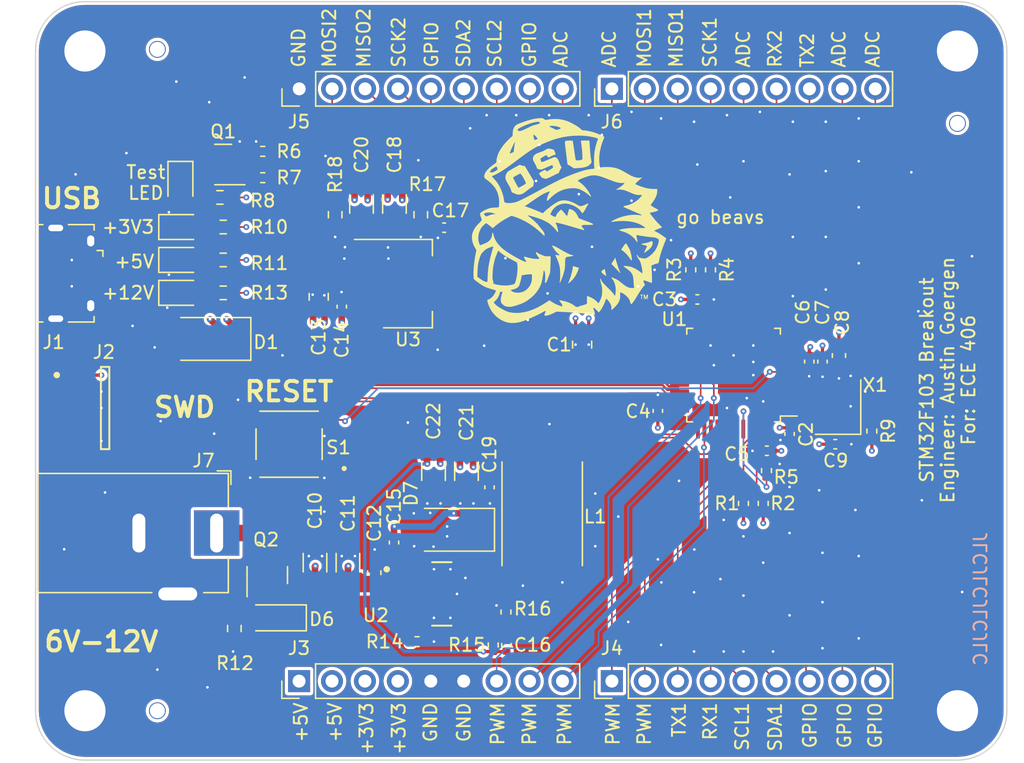
<source format=kicad_pcb>
(kicad_pcb (version 20211014) (generator pcbnew)
  (layers (0 "F.Cu" signal) (1 "In1.Cu" power) (2 "In2.Cu" power) (31 "B.Cu" signal) (34 "B.Paste" user) (35 "F.Paste" user) (36 "B.SilkS" user "B.Silkscreen") (37 "F.SilkS" user "F.Silkscreen") (38 "B.Mask" user) (39 "F.Mask" user) (44 "Edge.Cuts" user))
  (net 0 "")
  (net 1 "+3.3V")
  (net 2 "GND")
  (net 3 "+12V")
  (net 4 "+5V")
  (net 5 "Net-(C15-Pad1)")
  (net 6 "Net-(C15-Pad2)")
  (net 7 "Net-(C16-Pad2)")
  (net 8 "Net-(C18-Pad2)")
  (net 9 "Net-(C20-Pad2)")
  (net 10 "Net-(D1-Pad2)")
  (net 11 "Net-(D2-Pad1)")
  (net 12 "Net-(D2-Pad2)")
  (net 13 "Net-(D3-Pad2)")
  (net 14 "Net-(D4-Pad2)")
  (net 15 "Net-(D5-Pad2)")
  (net 16 "Net-(D6-Pad2)")
  (net 18 "SWDIO")
  (net 19 "SWCLK")
  (net 20 "SWO")
  (net 23 "NRST")
  (net 24 "TIM1_CH1")
  (net 25 "TIM1_CH2")
  (net 26 "TIM2_CH1")
  (net 27 "TIM3_CH1")
  (net 28 "TIM3_CH2")
  (net 29 "USART1_TX")
  (net 30 "USART1_RX")
  (net 31 "I2C1_SCL")
  (net 32 "I2C1_SDA")
  (net 33 "GPIO_3")
  (net 34 "GPIO_4")
  (net 35 "GPIO_5")
  (net 36 "SPI2_MOSI")
  (net 37 "SPI2_MISO")
  (net 38 "SPI2_SCK")
  (net 39 "GPIO_1")
  (net 40 "I2C2_SDA")
  (net 41 "I2C2_SCL")
  (net 42 "GPIO_2")
  (net 43 "ADC2_IN9")
  (net 44 "ADC2_IN8")
  (net 45 "SPI1_MOSI")
  (net 46 "SPI1_MISO")
  (net 47 "SPI1_SCK")
  (net 48 "ADC1_IN14")
  (net 49 "USART2_RX")
  (net 50 "USART2_TX")
  (net 51 "ADC1_IN1")
  (net 52 "ADC1_IN0")
  (net 53 "/Power/Vin")
  (net 54 "Net-(Q1-Pad1)")
  (net 55 "Net-(R5-Pad1)")
  (net 56 "Net-(R6-Pad1)")
  (net 57 "Net-(R9-Pad2)")
  (net 58 "Net-(R14-Pad2)")
  (net 59 "OSC_IN")
  (net 62 "USB_P")
  (net 63 "USB_N")
  (footprint "Simple_Embedded_PCB:ToolingHole_JLCPCB" (layer "F.Cu") (at 93.98 45.847)
    (fp_text reference "H2" hide)
    (fp_text value "MountingHole")
  )
  (footprint "LOGO" (layer "F.Cu") (at 64.008 53.34)
    (fp_text reference "G***" hide)
    (fp_text value "LOGO" hide)
  )
  (footprint "Capacitor_SMD:C_0402_1005Metric" (layer "F.Cu") (at 70.866 68.044 90)
    (fp_text reference "C4")
    (fp_text value "0.1uF")
  )
  (footprint "Capacitor_SMD:C_0603_1608Metric" (layer "F.Cu") (at 48.99 80.531 90)
    (fp_text reference "C12")
    (fp_text value "0.1uF")
  )
  (footprint "Simple_Embedded_PCB:SUNLORD_SWPA6045S4R7MT" (layer "F.Cu") (at 61.944 75.982 90)
    (fp_text reference "L1")
    (fp_text value "4.7uH")
  )
  (footprint "Capacitor_SMD:C_1206_3216Metric" (layer "F.Cu") (at 50.546 52.07 -90)
    (fp_text reference "C18")
    (fp_text value "10uF")
  )
  (footprint "Capacitor_SMD:C_0402_1005Metric" (layer "F.Cu") (at 50.514 78.204 90)
    (fp_text reference "C15")
    (fp_text value "0.1uF")
  )
  (footprint "Connector_PinHeader_2.54mm:PinHeader_1x09_P2.54mm_Vertical" (layer "F.Cu") (at 43.19 88.9 90)
    (fp_text reference "J3")
    (fp_text value "Conn_01x09")
  )
  (footprint "Resistor_SMD:R_0603_1608Metric" (layer "F.Cu") (at 37.338 56.388)
    (fp_text reference "R11")
    (fp_text value "680")
  )
  (footprint "Resistor_SMD:R_0402_1005Metric" (layer "F.Cu") (at 79.248 72.646 90)
    (fp_text reference "R5")
    (fp_text value "10k")
  )
  (footprint "Capacitor_SMD:C_0402_1005Metric" (layer "F.Cu") (at 46.482 59.993 90)
    (fp_text reference "C14")
    (fp_text value "0.1uF")
  )
  (footprint "Simple_Embedded_PCB:Amphenol-20021121-0-0-0" (layer "F.Cu") (at 28.226 67.818 -90)
    (fp_text reference "J2")
    (fp_text value "SWD Connector" hide)
  )
  (footprint "Capacitor_SMD:C_0402_1005Metric" (layer "F.Cu") (at 59.182 86.106 90)
    (fp_text reference "C16")
    (fp_text value "330pF")
  )
  (footprint "LED_SMD:LED_0805_2012Metric" (layer "F.Cu") (at 34.0515 53.848)
    (fp_text reference "D3" hide)
    (fp_text value "LED")
  )
  (footprint "LED_SMD:LED_0805_2012Metric" (layer "F.Cu") (at 34.0515 58.928)
    (fp_text reference "D5" hide)
    (fp_text value "LED")
  )
  (footprint "Capacitor_SMD:C_1206_3216Metric" (layer "F.Cu") (at 48.006 52.07 -90)
    (fp_text reference "C20")
    (fp_text value "10uF")
  )
  (footprint "LED_SMD:LED_0805_2012Metric" (layer "F.Cu") (at 34.036 50.4675 -90)
    (fp_text reference "D2" hide)
    (fp_text value "LED")
  )
  (footprint "Resistor_SMD:R_0603_1608Metric" (layer "F.Cu") (at 37.338 53.848)
    (fp_text reference "R10")
    (fp_text value "300")
  )
  (footprint "Connector_USB:USB_Micro-B_Amphenol_10118194_Horizontal" (layer "F.Cu") (at 25.716 57.42 -90)
    (fp_text reference "J1")
    (fp_text value "USB_B_Micro")
  )
  (footprint "Resistor_SMD:R_0402_1005Metric" (layer "F.Cu") (at 40.386 50.038 180)
    (fp_text reference "R7")
    (fp_text value "220")
  )
  (footprint "Capacitor_SMD:C_0402_1005Metric" (layer "F.Cu") (at 81.026 69.822 -90)
    (fp_text reference "C2")
    (fp_text value "0.1uF")
  )
  (footprint "Resistor_SMD:R_0402_1005Metric" (layer "F.Cu") (at 52.29 85.852 180)
    (fp_text reference "R14")
    (fp_text value "15k")
  )
  (footprint "Simple_Embedded_PCB:ToolingHole_JLCPCB" (layer "F.Cu") (at 32.258 40.132)
    (fp_text reference "H1" hide)
    (fp_text value "MountingHole")
  )
  (footprint "Connector_PinHeader_2.54mm:PinHeader_1x09_P2.54mm_Vertical" (layer "F.Cu") (at 67.32 88.9 90)
    (fp_text reference "J4")
    (fp_text value "Conn_01x09")
  )
  (footprint "Resistor_SMD:R_0402_1005Metric" (layer "F.Cu") (at 58.166 86.108 -90)
    (fp_text reference "R15")
    (fp_text value "100k")
  )
  (footprint "Capacitor_SMD:C_0402_1005Metric" (layer "F.Cu") (at 57.88 73.942 -90)
    (fp_text reference "C19")
    (fp_text value "0.1uF")
  )
  (footprint "Capacitor_SMD:C_1206_3216Metric" (layer "F.Cu") (at 46.958 79.756 90)
    (fp_text reference "C11")
    (fp_text value "10uF")
  )
  (footprint "Capacitor_SMD:C_0805_2012Metric" (layer "F.Cu") (at 65.024 62.926 -90)
    (fp_text reference "C1")
    (fp_text value "10uF")
  )
  (footprint "Capacitor_SMD:C_0603_1608Metric" (layer "F.Cu") (at 84.836 63.767 -90)
    (fp_text reference "C8")
    (fp_text value "1uF")
  )
  (footprint "Connector_PinHeader_2.54mm:PinHeader_1x09_P2.54mm_Vertical" (layer "F.Cu") (at 43.2 43.18 90)
    (fp_text reference "J5")
    (fp_text value "Conn_01x09")
  )
  (footprint "Diode_SMD:D_SOD-123" (layer "F.Cu") (at 41.498 84.0155 180)
    (fp_text reference "D6")
    (fp_text value "8.2V")
  )
  (footprint "Capacitor_SMD:C_1206_3216Metric" (layer "F.Cu") (at 44.418 79.756 90)
    (fp_text reference "C10")
    (fp_text value "10uF")
  )
  (footprint "Resistor_SMD:R_0603_1608Metric" (layer "F.Cu") (at 45.974 52.895 90)
    (fp_text reference "R18")
    (fp_text value "1")
  )
  (footprint "Capacitor_SMD:C_0402_1005Metric" (layer "F.Cu") (at 54.384 53.897 180)
    (fp_text reference "C17")
    (fp_text value "0.1uF")
  )
  (footprint "Resistor_SMD:R_0402_1005Metric" (layer "F.Cu") (at 40.386 48.006 180)
    (fp_text reference "R6")
    (fp_text value "10k")
  )
  (footprint "Package_TO_SOT_SMD:SOT-23" (layer "F.Cu") (at 40.736 80.7135 90)
    (fp_text reference "Q2")
    (fp_text value "AO3401A")
  )
  (footprint "Capacitor_SMD:C_1206_3216Metric" (layer "F.Cu") (at 56.102 72.693 -90)
    (fp_text reference "C21")
    (fp_text value "10uF")
  )
  (footprint "Simple_Embedded_PCB:ToolingHole_JLCPCB" (layer "F.Cu") (at 32.258 91.186)
    (fp_text reference "H3" hide)
    (fp_text value "MountingHole")
  )
  (footprint "Resistor_SMD:R_0402_1005Metric" (layer "F.Cu") (at 77.47 75.186 90)
    (fp_text reference "R1")
    (fp_text value "4.7k")
  )
  (footprint "Resistor_SMD:R_0603_1608Metric" (layer "F.Cu") (at 37.338 58.928)
    (fp_text reference "R13")
    (fp_text value "2.2k")
  )
  (footprint "Connector_BarrelJack:BarrelJack_Horizontal" (layer "F.Cu") (at 36.83 77.47)
    (fp_text reference "J7")
    (fp_text value "5.5mm X 2.1mm Jack")
  )
  (footprint "Package_TO_SOT_SMD:SOT-223-3_TabPin2" (layer "F.Cu") (at 51.562 58.215)
    (fp_text reference "U3")
    (fp_text value "AMS1117-3.3")
  )
  (footprint "Resistor_SMD:R_0402_1005Metric" (layer "F.Cu") (at 73.406 57.152 -90)
    (fp_text reference "R3")
    (fp_text value "4.7k")
  )
  (footprint "Package_QFP:LQFP-48_7x7mm_P0.5mm" (layer "F.Cu") (at 76.708 65.278 180)
    (fp_text reference "U1")
    (fp_text value "STM32F103C8Tx")
  )
  (footprint "Resistor_SMD:R_0603_1608Metric" (layer "F.Cu") (at 38.196 84.836 -90)
    (fp_text reference "R12")
    (fp_text value "100k")
  )
  (footprint "Resistor_SMD:R_0603_1608Metric" (layer "F.Cu") (at 37.082 51.562)
    (fp_text reference "R8")
    (fp_text value "300")
  )
  (footprint "Resistor_SMD:R_0402_1005Metric" (layer "F.Cu") (at 74.93 57.152 -90)
    (fp_text reference "R4")
    (fp_text value "4.7k")
  )
  (footprint "Resistor_SMD:R_0402_1005Metric" (layer "F.Cu") (at 59.15 83.566 -90)
    (fp_text reference "R16")
    (fp_text value "17.8k")
  )
  (footprint "Capacitor_SMD:C_0402_1005Metric" (layer "F.Cu") (at 84.554 70.612)
    (fp_text reference "C9")
    (fp_text value "0.1uF")
  )
  (footprint "Resistor_SMD:R_0402_1005Metric" (layer "F.Cu") (at 87.376 69.598 90)
    (fp_text reference "R9")
    (fp_text value "10k")
  )
  (footprint "Capacitor_SMD:C_0402_1005Metric" (layer "F.Cu") (at 83.566 64.234 -90)
    (fp_text reference "C7")
    (fp_text value "0.1uF")
  )
  (footprint "Resistor_SMD:R_0603_1608Metric" (layer "F.Cu") (at 52.578 52.895 90)
    (fp_text reference "R17")
    (fp_text value "1")
  )
  (footprint "Package_TO_SOT_SMD:SOT-23" (layer "F.Cu") (at 37.336 49.022 180)
    (fp_text reference "Q1")
    (fp_text value "AO3400A")
  )
  (footprint "Capacitor_SMD:C_0402_1005Metric" (layer "F.Cu") (at 82.55 64.234 -90)
    (fp_text reference "C6")
    (fp_text value "10nF")
  )
  (footprint "Capacitor_SMD:C_0805_2012Metric" (layer "F.Cu") (at 44.704 59.231 90)
    (fp_text reference "C13")
    (fp_text value "10uF")
  )
  (footprint "LED_SMD:LED_0805_2012Metric" (layer "F.Cu") (at 34.0515 56.388)
    (fp_text reference "D4" hide)
    (fp_text value "LED")
  )
  (footprint "Capacitor_SMD:C_1206_3216Metric" (layer "F.Cu") (at 53.562 72.693 -90)
    (fp_text reference "C22")
    (fp_text value "10uF")
  )
  (footprint "Diode_SMD:D_SMA" (layer "F.Cu") (at 54.864 77.216 180)
    (fp_text reference "D7")
    (fp_text value "SS34")
  )
  (footprint "Capacitor_SMD:C_0402_1005Metric" (layer "F.Cu") (at 73.914 59.436)
    (fp_text reference "C3")
    (fp_text value "0.1uF")
  )
  (footprint "Connector_PinHeader_2.54mm:PinHeader_1x09_P2.54mm_Vertical" (layer "F.Cu") (at 67.32 43.18 90)
    (fp_text reference "J6")
    (fp_text value "Conn_01x09")
  )
  (footprint "Simple_Embedded_PCB:8-PowerSOIC" (layer "F.Cu") (at 54.200067 82.169)
    (fp_text reference "U2")
    (fp_text value "LMR16020PDDA" hide)
  )
  (footprint "Simple_Embedded_PCB:SW_TS-1187A-B-A-B" (layer "F.Cu") (at 42.418 70.612 180)
    (fp_text reference "S1")
    (fp_text value "TS-1187A-B-A-B")
  )
  (footprint "Resistor_SMD:R_0402_1005Metric" (layer "F.Cu") (at 78.994 75.184 90)
    (fp_text reference "R2")
    (fp_text value "4.7k")
  )
  (footprint "Diode_SMD:D_SMA" (layer "F.Cu") (at 36.068 62.484 180)
    (fp_text reference "D1")
    (fp_text value "SS34")
  )
  (footprint "Capacitor_SMD:C_0402_1005Metric" (layer "F.Cu") (at 79.276 71.12 180)
    (fp_text reference "C5")
    (fp_text value "0.1uF")
  )
  (footprint "Oscillator:Oscillator_SMD_SeikoEpson_SG8002CE-4Pin_3.2x2.5mm" (layer "F.Cu") (at 84.77 67.748 90)
    (fp_text reference "X1")
    (fp_text value "SG-8018CE 8.000000MHz")
  )
  (gr_arc (start 97.79 91.186) (mid 96.674069 93.880062) (end 93.98 94.996) (layer "Edge.Cuts") (width 0.1))
  (gr_arc (start 26.67 94.996) (mid 23.975915 93.880078) (end 22.86 91.186) (layer "Edge.Cuts") (width 0.1))
  (gr_line (start 22.86 91.186) (end 22.86 40.259) (layer "Edge.Cuts") (width 0.1))
  (gr_arc (start 93.98 36.449) (mid 96.674077 37.564923) (end 97.79 40.259) (layer "Edge.Cuts") (width 0.1))
  (gr_line (start 26.67 36.449) (end 93.98 36.449) (layer "Edge.Cuts") (width 0.1))
  (gr_arc (start 22.86 40.259) (mid 23.975923 37.564923) (end 26.67 36.449) (layer "Edge.Cuts") (width 0.1))
  (gr_line (start 93.98 94.996) (end 26.67 94.996) (layer "Edge.Cuts") (width 0.1))
  (gr_line (start 97.79 40.259) (end 97.79 91.186) (layer "Edge.Cuts") (width 0.1))
  (gr_text "JLCJLCJLCJLC" (at 95.758 82.55 90) (layer "B.SilkS") (effects (font (size 1 1)) (justify mirror)))
  (gr_text "go beavs" (at 75.692 53.086) (layer "F.SilkS") (effects (font (size 1 1) (thickness 0.153))))
  (gr_text "Test\nLED" (at 31.369 50.419) (layer "F.SilkS") (effects (font (size 1 1) (thickness 0.153))))
  (gr_text "PWM" (at 67.4 92.202 90) (layer "F.SilkS") (effects (font (size 1 1) (thickness 0.153))))
  (gr_text "GPIO" (at 60.96 39.766856 90) (layer "F.SilkS") (effects (font (size 1 1) (thickness 0.153))))
  (gr_text "PWM" (at 63.67 92.202 90) (layer "F.SilkS") (effects (font (size 1 1) (thickness 0.153))))
  (gr_text "ADC" (at 87.45 40.10019 90) (layer "F.SilkS") (effects (font (size 1 1) (thickness 0.153))))
  (gr_text "+5V" (at 45.95 92.082953 90) (layer "F.SilkS") (effects (font (size 1 1) (thickness 0.153))))
  (gr_text "USB" (at 25.64 51.64) (layer "F.SilkS") (effects (font (size 1.5 1.5) (thickness 0.3))))
  (gr_text "6V-12V" (at 27.94 85.852) (layer "F.SilkS") (effects (font (size 1.5 1.5) (thickness 0.3))))
  (gr_text "MISO1" (at 72.27 39.243047 90) (layer "F.SilkS") (effects (font (size 1 1) (thickness 0.153))))
  (gr_text "SWD" (at 34.36 67.76) (layer "F.SilkS") (effects (font (size 1.5 1.5) (thickness 0.3))))
  (gr_text "SCK2" (at 50.87 39.57638 90) (layer "F.SilkS") (effects (font (size 1 1) (thickness 0.153))))
  (gr_text "GPIO" (at 53.41 39.766856 90) (layer "F.SilkS") (effects (font (size 1 1) (thickness 0.153))))
  (gr_text "GND" (at 53.32 92.082953 90) (layer "F.SilkS") (effects (font (size 1 1) (thickness 0.153))))
  (gr_text "SDA2" (at 55.88 39.647809 90) (layer "F.SilkS") (effects (font (size 1 1) (thickness 0.153))))
  (gr_text "ADC" (at 63.38 40.10019 90) (layer "F.SilkS") (effects (font (size 1 1) (thickness 0.153))))
  (gr_text "SCL1" (at 77.37 92.416286 90) (layer "F.SilkS") (effects (font (size 1 1) (thickness 0.153))))
  (gr_text "GPIO" (at 85.26 92.321048 90) (layer "F.SilkS") (effects (font (size 1 1) (thickness 0.153))))
  (gr_text "+12V" (at 30.00381 58.928) (layer "F.SilkS") (effects (font (size 1 1) (thickness 0.153))))
  (gr_text "RESET" (at 42.418 66.548) (layer "F.SilkS") (effects (font (size 1.5 1.5) (thickness 0.3))))
  (gr_text "+3V3" (at 30.00381 53.848) (layer "F.SilkS") (effects (font (size 1 1) (thickness 0.153))))
  (gr_text "SCL2" (at 58.28 39.671618 90) (layer "F.SilkS") (effects (font (size 1 1) (thickness 0.153))))
  (gr_text "TX2" (at 82.39 40.195428 90) (layer "F.SilkS") (effects (font (size 1 1) (thickness 0.153))))
  (gr_text "ADC" (at 84.83 40.10019 90) (layer "F.SilkS") (effects (font (size 1 1) (thickness 0.153))))
  (gr_text "RX2" (at 79.9 40.07638 90) (layer "F.SilkS") (effects (font (size 1 1) (thickness 0.153))))
  (gr_text "ADC" (at 67.11 40.10019 90) (layer "F.SilkS") (effects (font (size 1 1) (thickness 0.153))))
  (gr_text "SDA1" (at 79.91 92.440096 90) (layer "F.SilkS") (effects (font (size 1 1) (thickness 0.153))))
  (gr_text "PWM" (at 60.96 92.202 90) (layer "F.SilkS") (effects (font (size 1 1) (thickness 0.153))))
  (gr_text "MISO2" (at 48.18 39.243047 90) (layer "F.SilkS") (effects (font (size 1 1) (thickness 0.153))))
  (gr_text "+3V3" (at 48.39 92.559143 90) (layer "F.SilkS") (effects (font (size 1 1) (thickness 0.153))))
  (gr_text "+5V" (at 30.48 56.515) (layer "F.SilkS") (effects (font (size 1 1) (thickness 0.153))))
  (gr_text "RX1" (at 74.9 92.011524 90) (layer "F.SilkS") (effects (font (size 1 1) (thickness 0.153))))
  (gr_text "+5V" (at 43.33 92.082953 90) (layer "F.SilkS") (effects (font (size 1 1) (thickness 0.153))))
  (gr_text "GPIO" (at 87.63 92.321048 90) (layer "F.SilkS") (effects (font (size 1 1) (thickness 0.153))))
  (gr_text "PWM" (at 58.51 92.202 90) (layer "F.SilkS") (effects (font (size 1 1) (thickness 0.153))))
  (gr_text "GPIO" (at 82.6 92.321048 90) (layer "F.SilkS") (effects (font (size 1 1) (thickness 0.153))))
  (gr_text "STM32F103 Breakout\nEngineer: Austin Goergen\nFor: ECE 406" (at 93.218 65.659 90) (layer "F.SilkS") (effects (font (size 1 1) (thickness 0.153))))
  (gr_text "MOSI2" (at 45.52 39.243047 90) (layer "F.SilkS") (effects (font (size 1 1) (thickness 0.153))))
  (gr_text "SCK1" (at 74.88 39.57638 90) (layer "F.SilkS") (effects (font (size 1 1) (thickness 0.153))))
  (gr_text "+3V3" (at 50.88 92.559143 90) (layer "F.SilkS") (effects (font (size 1 1) (thickness 0.153))))
  (gr_text "ADC" (at 77.46 40.10019 90) (layer "F.SilkS") (effects (font (size 1 1) (thickness 0.153))))
  (gr_text "GND" (at 43.15 40.004952 90) (layer "F.SilkS") (effects (font (size 1 1) (thickness 0.153))))
  (gr_text "MOSI1" (at 69.82 39.243047 90) (layer "F.SilkS") (effects (font (size 1 1) (thickness 0.153))))
  (gr_text "TX1" (at 72.5 91.892477 90) (layer "F.SilkS") (effects (font (size 1 1) (thickness 0.153))))
  (gr_text "GND" (at 55.9 92.082953 90) (layer "F.SilkS") (effects (font (size 1 1) (thickness 0.153))))
  (gr_text "PWM" (at 69.82 92.202 90) (layer "F.SilkS") (effects (font (size 1 1) (thickness 0.153))))
  (segment (start 48.478392 50.56637) (end 48.478392 51.78737) (width 0.508) (layer "F.Cu") (net 1))
  (segment (start 73.434 59.436) (end 72.644 59.436) (width 0.254) (layer "F.Cu") (net 1))
  (segment (start 82.55 63.754) (end 83.566 63.754) (width 0.254) (layer "F.Cu") (net 1))
  (segment (start 79.756 71.12) (end 79.502 70.866) (width 0.254) (layer "F.Cu") (net 1))
  (segment (start 50.023685 50.76311) (end 50.023685 51.73011) (width 0.508) (layer "F.Cu") (net 1))
  (segment (start 26.276 65.278) (end 27.94 65.278) (width 0.254) (layer "F.Cu") (net 1))
  (segment (start 79.502 70.866) (end 79.502 69.4845) (width 0.254) (layer "F.Cu") (net 1))
  (segment (start 73.958 61.1155) (end 73.958 59.96) (width 0.254) (layer "F.Cu") (net 1))
  (segment (start 65.532 61.722) (end 65.532 60.894) (width 0.254) (layer "F.Cu") (net 1))
  (segment (start 81.026 69.342) (end 80.264 69.342) (width 0.254) (layer "F.Cu") (net 1))
  (segment (start 71.672 68.028) (end 72.5455 68.028) (width 0.254) (layer "F.Cu") (net 1))
  (segment (start 73.958 59.96) (end 73.434 59.436) (width 0.254) (layer "F.Cu") (net 1))
  (segment (start 80.389022 71.12) (end 80.39202 71.122998) (width 0.254) (layer "F.Cu") (net 1))
  (segment (start 84.074 70.612) (end 83.312 70.612) (width 0.254) (layer "F.Cu") (net 1))
  (segment (start 84.018 70.556) (end 84.074 70.612) (width 0.254) (layer "F.Cu") (net 1))
  (segment (start 82.55 63.177491) (end 82.624629 63.102862) (width 0.254) (layer "F.Cu") (net 1))
  (segment (start 83.566 63.754) (end 83.566 62.992) (width 0.254) (layer "F.Cu") (net 1))
  (segment (start 82.276 64.028) (end 82.55 63.754) (width 0.254) (layer "F.Cu") (net 1))
  (segment (start 73.406 56.642) (end 73.406 55.88) (width 0.254) (layer "F.Cu") (net 1))
  (segment (start 84.018 68.948) (end 84.018 70.556) (width 0.254) (layer "F.Cu") (net 1))
  (segment (start 83.566 63.754) (end 84.074 63.754) (width 0.254) (layer "F.Cu") (net 1))
  (segment (start 38.163 53.848) (end 39.116 53.848) (width 0.127) (layer "F.Cu") (net 1))
  (segment (start 81.026 69.342) (end 81.026 68.1835) (width 0.254) (layer "F.Cu") (net 1))
  (segment (start 71.176 68.524) (end 71.672 68.028) (width 0.254) (layer "F.Cu") (net 1))
  (segment (start 79.756 71.12) (end 80.389022 71.12) (width 0.254) (layer "F.Cu") (net 1))
  (segment (start 84.074 63.754) (end 84.836 62.992) (width 0.254) (layer "F.Cu") (net 1))
  (segment (start 79.502 69.4845) (end 79.458 69.4405) (width 0.254) (layer "F.Cu") (net 1))
  (segment (start 70.866 68.524) (end 71.176 68.524) (width 0.254) (layer "F.Cu") (net 1))
  (segment (start 51.147406 50.798897) (end 51.147406 51.765897) (width 0.508) (layer "F.Cu") (net 1))
  (segment (start 47.46919 50.53774) (end 47.46919 51.75874) (width 0.508) (layer "F.Cu") (net 1))
  (segment (start 81.026 68.1835) (end 80.8705 68.028) (width 0.254) (layer "F.Cu") (net 1))
  (segment (start 37.907 51.562) (end 39.116 51.562) (width 0.127) (layer "F.Cu") (net 1))
  (segment (start 77.47 75.696) (end 77.47 76.708) (width 0.254) (layer "F.Cu") (net 1))
  (segment (start 70.866 68.524) (end 70.866 69.342) (width 0.254) (layer "F.Cu") (net 1))
  (segment (start 80.8705 64.028) (end 82.276 64.028) (width 0.254) (layer "F.Cu") (net 1))
  (segment (start 87.376 70.108) (end 87.376 71.12) (width 0.254) (layer "F.Cu") (net 1))
  (segment (start 78.994 75.694) (end 78.994 76.708) (width 0.254) (layer "F.Cu") (net 1))
  (segment (start 82.55 63.754) (end 82.55 63.177491) (width 0.254) (layer "F.Cu") (net 1))
  (segment (start 74.93 56.642) (end 74.93 55.88) (width 0.254) (layer "F.Cu") (net 1))
  (segment (start 84.836 62.992) (end 84.836 61.976) (width 0.254) (layer "F.Cu") (net 1))
  (segment (start 64.516 61.976) (end 64.516 60.894) (width 0.254) (layer "F.Cu") (net 1))
  (segment (start 65.024 61.976) (end 65.278 61.722) (width 0.254) (layer "F.Cu") (net 1))
  (via (at 83.566 62.992) (size 0.45) (drill 0.2) (layers "F.Cu" "B.Cu") (net 1))
  (via (at 74.93 55.88) (size 0.45) (drill 0.2) (layers "F.Cu" "B.Cu") (net 1))
  (via (at 83.312 70.612) (size 0.45) (drill 0.2) (layers "F.Cu" "B.Cu") (net 1))
  (via (at 87.376 71.12) (size 0.45) (drill 0.2) (layers "F.Cu" "B.Cu") (net 1))
  (via (at 50.023685 51.73011) (size 0.45) (drill 0.2) (layers "F.Cu" "B.Cu") (net 1))
  (via (at 70.866 69.342) (size 0.45) (drill 0.2) (layers "F.Cu" "B.Cu") (net 1))
  (via (at 73.406 55.88) (size 0.45) (drill 0.2) (layers "F.Cu" "B.Cu") (net 1))
  (via (at 72.644 59.436) (size 0.45) (drill 0.2) (layers "F.Cu" "B.Cu") (net 1))
  (via (at 27.94 65.278) (size 0.45) (drill 0.2) (layers "F.Cu" "B.Cu") (net 1))
  (via (at 51.147406 51.765897) (size 0.45) (drill 0.2) (layers "F.Cu" "B.Cu") (net 1))
  (via (at 48.478392 51.78737) (size 0.45) (drill 0.2) (layers "F.Cu" "B.Cu") (net 1))
  (via (at 39.116 53.848) (size 0.45) (drill 0.2) (layers "F.Cu" "B.Cu") (net 1))
  (via (at 65.532 60.894) (size 0.45) (drill 0.2) (layers "F.Cu" "B.Cu") (net 1))
  (via (at 80.39202 71.122998) (size 0.45) (drill 0.2) (layers "F.Cu" "B.Cu") (net 1))
  (via (at 82.624629 63.102862) (size 0.45) (drill 0.2) (layers "F.Cu" "B.Cu") (net 1))
  (via (at 39.116 51.562) (size 0.45) (drill 0.2) (layers "F.Cu" "B.Cu") (net 1))
  (via (at 78.994 76.708) (size 0.45) (drill 0.2) (layers "F.Cu" "B.Cu") (net 1))
  (via (at 77.47 76.708) (size 0.45) (drill 0.2) (layers "F.Cu" "B.Cu") (net 1))
  (via (at 80.264 69.342) (size 0.45) (drill 0.2) (layers "F.Cu" "B.Cu") (net 1))
  (via (at 47.46919 51.75874) (size 0.45) (drill 0.2) (layers "F.Cu" "B.Cu") (net 1))
  (via (at 84.836 61.976) (size 0.45) (drill 0.2) (layers "F.Cu" "B.Cu") (net 1))
  (via (at 64.516 60.894) (size 0.45) (drill 0.2) (layers "F.Cu" "B.Cu") (net 1))
  (segment (start 39.876 47.246) (end 39.878 47.244) (width 0.127) (layer "F.Cu") (net 2))
  (segment (start 33.147 53.815) (end 33.114 53.848) (width 0.127) (layer "F.Cu") (net 2))
  (segment (start 38.2735 47.5785) (end 38.608 47.244) (width 0.127) (layer "F.Cu") (net 2))
  (segment (start 52.8 85.852) (end 53.594 85.852) (width 0.254) (layer "F.Cu") (net 2))
  (segment (start 25.622 56.42) (end 25.654 56.388) (width 0.254) (layer "F.Cu") (net 2))
  (segment (start 80.8705 64.528) (end 82.364 64.528) (width 0.254) (layer "F.Cu") (net 2))
  (segment (start 46.482 59.513) (end 46.482 58.884876) (width 0.508) (layer "F.Cu") (net 2))
  (segment (start 47.466 78.281) (end 47.466 79.216) (width 0.508) (layer "F.Cu") (net 2))
  (segment (start 26.276 67.818) (end 27.94 67.818) (width 0.254) (layer "F.Cu") (net 2))
  (segment (start 39.876 48.006) (end 39.876 47.246) (width 0.127) (layer "F.Cu") (net 2))
  (segment (start 85.72 67.66622) (end 85.72 66.548) (width 0.254) (layer "F.Cu") (net 2))
  (segment (start 85.72 65.355689) (end 85.72 66.548) (width 0.254) (layer "F.Cu") (net 2))
  (segment (start 24.416 60.32) (end 24.416 60.92) (width 0.254) (layer "F.Cu") (net 2))
  (segment (start 52.864 76.962) (end 54.61 76.962) (width 0.508) (layer "F.Cu") (net 2))
  (segment (start 45.974 53.72) (end 45.974 54.61) (width 0.508) (layer "F.Cu") (net 2))
  (segment (start 44.926 78.281) (end 44.926 79.216) (width 0.508) (layer "F.Cu") (net 2))
  (segment (start 54.864 84.013652) (end 54.864 82.102348) (width 0.508) (layer "F.Cu") (net 2))
  (segment (start 74.394 59.436) (end 75.184 59.436) (width 0.254) (layer "F.Cu") (net 2))
  (segment (start 78.796 71.12) (end 78.171529 71.12) (width 0.254) (layer "F.Cu") (net 2))
  (segment (start 38.196 86.518) (end 38.1 86.614) (width 0.508) (layer "F.Cu") (net 2))
  (segment (start 52.07 77.216) (end 52.07 75.978) (width 0.508) (layer "F.Cu") (net 2))
  (segment (start 82.55 64.714) (end 83.566 64.714) (width 0.254) (layer "F.Cu") (net 2))
  (segment (start 49.022 78.74) (end 48.99 78.772) (width 0.508) (layer "F.Cu") (net 2))
  (segment (start 24.416 56.42) (end 25.622 56.42) (width 0.254) (layer "F.Cu") (net 2))
  (segment (start 70.866 67.564) (end 72.5095 67.564) (width 0.254) (layer "F.Cu") (net 2))
  (segment (start 53.594 84.013652) (end 53.594 82.102348) (width 0.508) (layer "F.Cu") (net 2))
  (segment (start 39.42 73.2) (end 39.42 72.489) (width 0.127) (layer "F.Cu") (net 2))
  (segment (start 56.020583 80.936441) (end 56.020583 80.938449) (width 0.508) (layer "F.Cu") (net 2))
  (segment (start 74.394 61.0515) (end 74.458 61.1155) (width 0.254) (layer "F.Cu") (net 2))
  (segment (start 83.566 64.714) (end 84.664 64.714) (width 0.254) (layer "F.Cu") (net 2))
  (segment (start 52.864 77.724) (end 54.61 77.724) (width 0.508) (layer "F.Cu") (net 2))
  (segment (start 82.55 64.714) (end 82.55 65.3519) (width 0.254) (layer "F.Cu") (net 2))
  (segment (start 24.416 54.52) (end 24.416 53.92) (width 0.254) (layer "F.Cu") (net 2))
  (segment (start 52.578 53.72) (end 52.578 54.61) (width 0.508) (layer "F.Cu") (net 2))
  (segment (start 46.45 78.281) (end 46.45 79.216) (width 0.508) (layer "F.Cu") (net 2))
  (segment (start 33.147 56.421) (end 33.114 56.388) (width 0.127) (layer "F.Cu") (net 2))
  (segment (start 53.594 77.248) (end 53.594 78.486) (width 0.508) (layer "F.Cu") (net 2))
  (segment (start 24.416 58.42) (end 25.654 58.42) (width 0.254) (layer "F.Cu") (net 2))
  (segment (start 79.248 72.136) (end 80.264 72.136) (width 0.127) (layer "F.Cu") (net 2))
  (segment (start 65.532 62.926) (end 65.532 63.434) (width 0.254) (layer "F.Cu") (net 2))
  (segment (start 52.102 77.216) (end 52.102 78.454) (width 0.508) (layer "F.Cu") (net 2))
  (segment (start 48.357578 56.320183) (end 46.716578 56.320183) (width 0.508) (layer "F.Cu") (net 2))
  (segment (start 43.91 78.281) (end 43.91 79.216) (width 0.508) (layer "F.Cu") (net 2))
  (segment (start 64.516 63.876) (end 64.516 62.926) (width 0.254) (layer "F.Cu") (net 2))
  (segment (start 78.994 69.4765) (end 78.958 69.4405) (width 0.254) (layer "F.Cu") (net 2))
  (segment (start 70.866 67.564) (end 70.866 66.802) (width 0.254) (layer "F.Cu") (net 2))
  (segment (start 33.147 57.531) (end 33.147 56.421) (width 0.127) (layer "F.Cu") (net 2))
  (segment (start 81.026 70.302) (end 80.330592 70.302) (width 0.254) (layer "F.Cu") (net 2))
  (segment (start 54.200067 82.169) (end 55.372 82.169) (width 0.508) (layer "F.Cu") (net 2))
  (segment (start 80.330592 70.302) (end 80.320513 70.291921) (width 0.254) (layer "F.Cu") (net 2))
  (segment (start 53.34 77.184) (end 53.34 75.946) (width 0.508) (layer "F.Cu") (net 2))
  (segment (start 33.02 59.022) (end 33.114 58.928) (width 0.127) (layer "F.Cu") (net 2))
  (segment (start 53.594 80.264) (end 53.594 82.175304) (width 0.508) (layer "F.Cu") (net 2))
  (segment (start 53.898391 54.684629) (end 53.904 54.67902) (width 0.508) (layer "F.Cu") (net 2))
  (segment (start 56.020583 80.938449) (end 56.616134 81.534) (width 0.508) (layer "F.Cu") (net 2))
  (segment (start 48.99 78.772) (end 48.99 79.756) (width 0.508) (layer "F.Cu") (net 2))
  (segment (start 48.42047 55.457709) (end 50.01147 55.457709) (width 0.508) (layer "F.Cu") (net 2))
  (segment (start 53.054 74.168) (end 53.054 75.152) (width 0.508) (layer "F.Cu") (net 2))
  (segment (start 33.147 52.705) (end 33.147 53.815) (width 0.127) (layer "F.Cu") (net 2))
  (segment (start 38.196 85.661) (end 38.196 86.518) (width 0.508) (layer "F.Cu") (net 2))
  (segment (start 57.88 75.152) (end 57.912 75.184) (width 0.508) (layer "F.Cu") (net 2))
  (segment (start 45.418 72.932) (end 45.418 72.487) (width 0.127) (layer "F.Cu") (net 2))
  (segment (start 38.2735 48.072) (end 38.2735 47.5785) (width 0.127) (layer "F.Cu") (net 2))
  (segment (start 78.171529 71.12) (end 78.16929 71.122239) (width 0.254) (layer "F.Cu") (net 2))
  (segment (start 56.61 74.168) (end 56.61 75.152) (width 0.508) (layer "F.Cu") (net 2))
  (segment (start 82.364 64.528) (end 82.55 64.714) (width 0.254) (layer "F.Cu") (net 2))
  (segment (start 45.14 73.21) (end 45.418 72.932) (width 0.127) (layer "F.Cu") (net 2))
  (segment (start 78.994 70.612) (end 78.994 69.4765) (width 0.254) (layer "F.Cu") (net 2))
  (segment (start 33.02 60.071) (end 33.02 59.022) (width 0.127) (layer "F.Cu") (net 2))
  (segment (start 58.42 83.058) (end 59.148 83.058) (width 0.254) (layer "F.Cu") (net 2))
  (segment (start 72.5095 67.564) (end 72.5455 67.528) (width 0.254) (layer "F.Cu") (net 2))
  (segment (start 46.482 58.884876) (end 46.464375 58.867251) (width 0.508) (layer "F.Cu") (net 2))
  (segment (start 83.566 64.714) (end 83.566 65.397254) (width 0.254) (layer "F.Cu") (net 2))
  (segment (start 44.237482 58.165377) (end 44.237482 59.066377) (width 0.508) (layer "F.Cu") (net 2))
  (segment (start 85.738558 67.684778) (end 85.72 67.66622) (width 0.254) (layer "F.Cu") (net 2))
  (segment (start 74.394 59.436) (end 74.394 61.0515) (width 0.254) (layer "F.Cu") (net 2))
  (segment (start 84.836 64.542) (end 84.836 65.532) (width 0.254) (layer "F.Cu") (net 2))
  (segment (start 83.566 65.397254) (end 83.571996 65.40325) (width 0.254) (layer "F.Cu") (net 2))
  (segment (start 45.139322 58.217865) (end 45.139322 59.118865) (width 0.508) (layer "F.Cu") (net 2))
  (segment (start 54.07 74.168) (end 54.07 75.152) (width 0.508) (layer "F.Cu") (net 2))
  (segment (start 78.796 71.12) (end 78.796 70.81) (width 0.254) (layer "F.Cu") (net 2))
  (segment (start 57.88 74.422) (end 57.88 75.152) (width 0.508) (layer "F.Cu") (net 2))
  (segment (start 85.034 70.612) (end 85.796 70.612) (width 0.254) (layer "F.Cu") (net 2))
  (segment (start 39.42 72.489) (end 39.418 72.487) (width 0.127) (layer "F.Cu") (net 2))
  (segment (start 26.276 66.548) (end 27.94 66.548) (width 0.254) (layer "F.Cu") (net 2))
  (segment (start 78.796 70.81) (end 78.994 70.612) (width 0.254) (layer "F.Cu") (net 2))
  (segment (start 26.276 70.358) (end 27.94 70.358) (width 0.254) (layer "F.Cu") (net 2))
  (segment (start 48.454819 56.320183) (end 50.045819 56.320183) (width 0.508) (layer "F.Cu") (net 2))
  (segment (start 55.594 74.168) (end 55.594 75.152) (width 0.508) (layer "F.Cu") (net 2))
  (segment (start 59.148 83.058) (end 59.15 83.056) (width 0.254) (layer "F.Cu") (net 2))
  (segment (start 82.55 65.3519) (end 82.536444 65.365456) (width 0.254) (layer "F.Cu") (net 2))
  (segment (start 84.664 64.714) (end 84.836 64.542) (width 0.254) (layer "F.Cu") (net 2))
  (segment (start 85.738558 65.337131) (end 85.72 65.355689) (width 0.254) (layer "F.Cu") (net 2))
  (segment (start 85.72 66.548) (end 86.868 66.548) (width 0.254) (layer "F.Cu") (net 2))
  (segment (start 53.904 54.67902) (end 53.904 53.897) (width 0.508) (layer "F.Cu") (net 2))
  (segment (start 54.86076 80.26724) (end 54.86076 82.178544) (width 0.508) (layer "F.Cu") (net 2))
  (segment (start 48.404569 55.436237) (end 46.763569 55.436237) (width 0.508) (layer "F.Cu") (net 2))
  (via (at 78.232 62.992) (size 0.45) (drill 0.2) (layers "F.Cu" "B.Cu") (net 2))
  (via (at 71.12 86.106) (size 0.45) (drill 0.2) (layers "F.Cu" "B.Cu") (net 2))
  (via (at 54.61 77.724) (size 0.45) (drill 0.2) (layers "F.Cu" "B.Cu") (net 2))
  (via (at 54.86076 84.016892) (size 0.45) (drill 0.2) (layers "F.Cu" "B.Cu") (net 2))
  (via (at 83.566 78.994) (size 0.45) (drill 0.2) (layers "F.Cu" "B.Cu") (net 2))
  (via (at 85.796 70.612) (size 0.45) (drill 0.2) (layers "F.Cu" "B.Cu") (net 2))
  (via (at 52.578 54.61) (size 0.45) (drill 0.2) (layers "F.Cu" "B.Cu") (net 2))
  (via (at 49.022 78.74) (size 0.45) (drill 0.2) (layers "F.Cu" "B.Cu") (net 2))
  (via (at 67.818 76.2) (size 0.45) (drill 0.2) (layers "F.Cu" "B.Cu") (net 2))
  (via (at 78.994 79.756) (size 0.45) (drill 0.2) (layers "F.Cu" "B.Cu") (net 2))
  (via (at 28.22 74.34) (size 0.45) (drill 0.2) (layers "F.Cu" "B.Cu") (net 2))
  (via (at 53.086 75.184) (size 0.45) (drill 0.2) (layers "F.Cu" "B.Cu") (net 2))
  (via (at 33.02 60.071) (size 0.45) (drill 0.2) (layers "F.Cu" "B.Cu") (net 2))
  (via (at 39.878 47.244) (size 0.45) (drill 0.2) (layers "F.Cu" "B.Cu") (net 2))
  (via (at 50.04647 55.422709) (size 0.45) (drill 0.2) (layers "F.Cu" "B.Cu") (net 2))
  (via (at 39.42 73.2) (size 0.45) (drill 0.2) (layers "F.Cu" "B.Cu") (net 2))
  (via (at 81.28 59.182) (size 0.45) (drill 0.2) (layers "F.Cu" "B.Cu") (net 2))
  (via (at 72.5 73.44) (size 0.45) (drill 0.2) (layers "F.Cu" "B.Cu") (net 2))
  (via (at 76.708 63.754) (size 0.45) (drill 0.2) (layers "F.Cu" "B.Cu") (net 2))
  (via (at 55.626 75.184) (size 0.45) (drill 0.2) (layers "F.Cu" "B.Cu") (net 2))
  (via (at 77.47 82.296) (size 0.45) (drill 0.2) (layers "F.Cu" "B.Cu") (net 2))
  (via (at 26.67 91.186) (size 6.35) (drill 3.175) (layers "F.Cu" "B.Cu") (net 2))
  (via (at 86.106 75.692) (size 0.45) (drill 0.2) (layers "F.Cu" "B.Cu") (net 2))
  (via (at 52.39 48.69) (size 0.45) (drill 0.2) (layers "F.Cu" "B.Cu") (net 2))
  (via (at 60.83 61.02) (size 0.45) (drill 0.2) (layers "F.Cu" "B.Cu") (net 2))
  (via (at 38.608 47.244) (size 0.45) (drill 0.2) (layers "F.Cu" "B.Cu") (net 2))
  (via (at 83.566 86.36) (size 0.45) (drill 0.2) (layers "F.Cu" "B.Cu") (net 2))
  (via (at 27.94 67.818) (size 0.45) (drill 0.2) (layers "F.Cu" "B.Cu") (net 2))
  (via (at 83.82 45.72) (size 0.45) (drill 0.2) (layers "F.Cu" "B.Cu") (net 2))
  (via (at 76.2 67.818) (size 0.45) (drill 0.2) (layers "F.Cu" "B.Cu") (net 2))
  (via (at 32.512 68.834) (size 0.45) (drill 0.2) (layers "F.Cu" "B.Cu") (net 2))
  (via (at 68.58 84.328) (size 0.45) (drill 0.2) (layers "F.Cu" "B.Cu") (net 2))
  (via (at 38.1 86.614) (size 0.45) (drill 0.2) (layers "F.Cu" "B.Cu") (net 2))
  (via (at 82.536444 65.365456) (size 0.45) (drill 0.2) (layers "F.Cu" "B.Cu") (net 2))
  (via (at 52.07 78.486) (size 0.45) (drill 0.2) (layers "F.Cu" "B.Cu") (net 2))
  (via (at 52.038 75.946) (size 0.45) (drill 0.2) (layers "F.Cu" "B.Cu") (net 2))
  (via (at 81.28 54.61) (size 0.45) (drill 0.2) (layers "F.Cu" "B.Cu") (net 2))
  (via (at 36.26 44.21) (size 0.45) (drill 0.2) (layers "F.Cu" "B.Cu") (net 2))
  (via (at 36.12 89.38) (size 0.45) (drill 0.2) (layers "F.Cu" "B.Cu") (net 2))
  (via (at 25.95 49.78) (size 0.45) (drill 0.2) (layers "F.Cu" "B.Cu") (net 2))
  (via (at 80.264 72.136) (size 0.45) (drill 0.2) (layers "F.Cu" "B.Cu") (net 2))
  (via (at 43.942 79.248) (size 0.45) (drill 0.2) (layers "F.Cu" "B.Cu") (net 2))
  (via (at 56.642 75.184) (size 0.45) (drill 0.2) (layers "F.Cu" "B.Cu") (net 2))
  (via (at 70.866 66.802) (size 0.45) (drill 0.2) (layers "F.Cu" "B.Cu") (net 2))
  (via (at 77.47 86.614) (size 0.45) (drill 0.2) (layers "F.Cu" "B.Cu") (net 2))
  (via (at 55.372 82.169) (size 0.45) (drill 0.2) (layers "F.Cu" "B.Cu") (net 2))
  (via (at 32.047617 63.136027) (size 0.45) (drill 0.2) (layers "F.Cu" "B.Cu") (net 2))
  (via (at 86.36 45.466) (size 0.45) (drill 0.2) (layers "F.Cu" "B.Cu") (net 2))
  (via (at 58.42 83.058) (size 0.45) (drill 0.2) (layers "F.Cu" "B.Cu") (net 2))
  (via (at 32.258 88.011) (size 0.45) (drill 0.2) (layers "F.Cu" "B.Cu") (net 2))
  (via (at 58.674 48.768) (size 0.45) (drill 0.2) (layers "F.Cu" "B.Cu") (net 2))
  (via (at 83.82 49.53) (size 0.45) (drill 0.2) (layers "F.Cu" "B.Cu") (net 2))
  (via (at 86.36 79.248) (size 0.45) (drill 0.2) (layers "F.Cu" "B.Cu") (net 2))
  (via (at 83.312 74.168) (size 0.45) (drill 0.2) (layers "F.Cu" "B.Cu") (net 2))
  (via (at 70.866 79.502) (size 0.45) (drill 0.2) (layers "F.Cu" "B.Cu") (net 2))
  (via (at 76.454 51.562) (size 0.45) (drill 0.2) (layers "F.Cu" "B.Cu") (net 2))
  (via (at 53.594 85.852) (size 0.45) (drill 0.2) (layers "F.Cu" "B.Cu") (net 2))
  (via (at 62.484 45.212) (size 0.45) (drill 0.2) (layers "F.Cu" "B.Cu") (net 2))
  (via (at 35.56 67.31) (size 0.45) (drill 0.2) (layers "F.Cu" "B.Cu") (net 2))
  (via (at 45.23 48.36) (size 0.45) (drill 0.2) (layers "F.Cu" "B.Cu") (net 2))
  (via (at 78.16929 71.122239) (size 0.45) (drill 0.2) (layers "F.Cu" "B.Cu") (net 2))
  (via (at 85.738558 65.337131) (size 0.45) (drill 0.2) (layers "F.Cu" "B.Cu") (net 2))
  (via (at 54.102 75.184) (size 0.45) (drill 0.2) (layers "F.Cu" "B.Cu") (net 2))
  (via (at 29.87 48.14) (size 0.45) (drill 0.2) (layers "F.Cu" "B.Cu") (net 2))
  (via (at 27.94 70.358) (size 0.45) (drill 0.2) (layers "F.Cu" "B.Cu") (net 2))
  (via (at 41.91 63.754) (size 0.45) (drill 0.2) (layers "F.Cu" "B.Cu") (net 2))
  (via (at 30.34612 61.477562) (size 0.45) (drill 0.2) (layers "F.Cu" "B.Cu") (net 2))
  (via (at 59.944 45.212) (size 0.45) (drill 0.2) (layers "F.Cu" "B.Cu") (net 2))
  (via (at 56.020583 80.936441) (size 0.45) (drill 0.2) (layers "F.Cu" "B.Cu") (net 2))
  (via (at 94.66 68.03) (size 0.45) (drill 0.2) (layers "F.Cu" "B.Cu") (net 2))
  (via (at 66.294 49.276) (size 0.45) (drill 0.2) (layers "F.Cu" "B.Cu") (net 2))
  (via (at 78.74 44.958) (size 0.45) (drill 0.2) (layers "F.Cu" "B.Cu") (net 2))
  (via (at 78.994 67.31) (size 0.45) (drill 0.2) (layers "F.Cu" "B.Cu") (net 2))
  (via (at 83.571996 65.40325) (size 0.45) (drill 0.2) (layers "F.Cu" "B.Cu") (net 2))
  (via (at 56.388 46.228) (size 0.45) (drill 0.2) (layers "F.Cu" "B.Cu") (net 2))
  (via (at 81.026 49.784) (size 0.45) (drill 0.2) (layers "F.Cu" "B.Cu") (net 2))
  (via (at 94.34 82.02) (size 0.45) (drill 0.2) (layers "F.Cu" "B.Cu") (net 2))
  (via (at 26.67 40.259) (size 6.35) (drill 3.175) (layers "F.Cu" "B.Cu") (net 2))
  (via (at 86.36 56.642) (size 0.45) (drill 0.2) (layers "F.Cu" "B.Cu") (net 2))
  (via (at 93.98 40.259) (size 6.35) (drill 3.175) (layers "F.Cu" "B.Cu") (net 2))
  (via (at 53.308 75.914) (size 0.45) (drill 0.2) (layers "F.Cu" "B.Cu") (net 2))
  (via (at 53.59724 80.26076) (size 0.45) (drill 0.2) (layers "F.Cu" "B.Cu") (net 2))
  (via (at 83.82 58.674) (size 0.45) (drill 0.2) (layers "F.Cu" "B.Cu") (net 2))
  (via (at 36.64 69.8) (size 0.45) (drill 0.2) (layers "F.Cu" "B.Cu") (net 2))
  (via (at 74.93 62.992) (size 0.45) (drill 0.2) (layers "F.Cu" "B.Cu") (net 2))
  (via (at 33.72 42.62) (size 0.45) (drill 0.2) (layers "F.Cu" "B.Cu") (net 2))
  (via (at 78.232 64.262) (size 0.45) (drill 0.2) (layers "F.Cu" "B.Cu") (net 2))
  (via (at 86.36 48.768) (size 0.45) (drill 0.2) (layers "F.Cu" "B.Cu") (net 2))
  (via (at 45.14 69.977) (size 0.45) (drill 0.2) (layers "F.Cu" "B.Cu") (net 2))
  (via (at 45.139322 59.118865) (size 0.45) (drill 0.2) (layers "F.Cu" "B.Cu") (net 2))
  (via (at 73.66 45.72) (size 0.45) (drill 0.2) (layers "F.Cu" "B.Cu") (net 2))
  (via (at 71.882 54.864) (size 0.45) (drill 0.2) (layers "F.Cu" "B.Cu") (net 2))
  (via (at 46.482 79.248) (size 0.45) (drill 0.2) (layers "F.Cu" "B.Cu") (net 2))
  (via (at 25.654 56.388) (size 0.45) (drill 0.2) (layers "F.Cu" "B.Cu") (net 2))
  (via (at 27.94 66.548) (size 0.45) (drill 0.2) (layers "F.Cu" "B.Cu") (net 2))
  (via (at 83.566 82.804) (size 0.45) (drill 0.2) (layers "F.Cu" "B.Cu") (net 2))
  (via (at 66.04 74.422) (size 0.45) (drill 0.2) (layers "F.Cu" "B.Cu") (net 2))
  (via (at 77.47 48.768) (size 0.45) (drill 0.2) (layers "F.Cu" "B.Cu") (net 2))
  (via (at 57.912 75.184) (size 0.45) (drill 0.2) (layers "F.Cu" "B.Cu") (net 2))
  (via (at 81.026 83.82) (size 0.45) (drill 0.2) (layers "F.Cu" "B.Cu") (net 2))
  (via (at 53.59076 84.016892) (size 0.45) (drill 0.2) (layers "F.Cu" "B.Cu") (net 2))
  (via (at 66.04 78.486) (size 0.45) (drill 0.2) (layers "F.Cu" "B.Cu") (net 2))
  (via (at 46.681578 56.285183) (size 0.45) (drill 0.2) (layers "F.Cu" "B.Cu") (net 2))
  (via (at 57.47 63.01) (size 0.45) (drill 0.2) (layers "F.Cu" "B.Cu") (net 2))
  (via (at 95.1 56.1) (size 0.45) (drill 0.2) (layers "F.Cu" "B.Cu") (net 2))
  (via (at 65.532 45.212) (size 0.45) (drill 0.2) (layers "F.Cu" "B.Cu") (net 2))
  (via (at 62.36 58.97) (size 0.45) (drill 0.2) (layers "F.Cu" "B.Cu") (net 2))
  (via (at 75.946 76.454) (size 0.45) (drill 0.2) (layers "F.Cu" "B.Cu") (net 2))
  (via (at 57.658 45.212) (size 0.45) (drill 0.2) (layers "F.Cu" "B.Cu") (net 2))
  (via (at 90.96 60.35) (size 0.45) (drill 0.2) (layers "F.Cu" "B.Cu") (net 2))
  (via (at 50.080819 56.285183) (size 0.45) (drill 0.2) (layers "F.Cu" "B.Cu") (net 2))
  (via (at 91.23 74.94) (size 0.45) (drill 0.2) (layers "F.Cu" "B.Cu") (net 2))
  (via (at 76.2 45.212) (size 0.45) (drill 0.2) (layers "F.Cu" "B.Cu") (net 2))
  (via (at 73.66 86.614) (size 0.45) (drill 0.2) (layers "F.Cu" "B.Cu") (net 2))
  (via (at 63.5 81.28) (size 0.45) (drill 0.2) (layers "F.Cu" "B.Cu") (net 2))
  (via (at 44.958 79.248) (size 0.45) (drill 0.2) (layers "F.Cu" "B.Cu") (net 2))
  (via (at 75.184 59.436) (size 0.45) (drill 0.2) (layers "F.Cu" "B.Cu") (net 2))
  (via (at 45.14 73.21) (size 0.45) (drill 0.2) (layers "F.Cu" "B.Cu") (net 2))
  (via (at 71.140358 81.28) (size 0.45) (drill 0.2) (layers "F.Cu" "B.Cu") (net 2))
  (via (at 86.36 52.324) (size 0.45) (drill 0.2) (layers "F.Cu" "B.Cu") (net 2))
  (via (at 61.468 50.292) (size 0.45) (drill 0.2) (layers "F.Cu" "B.Cu") (net 2))
  (via (at 75.692 81.026) (size 0.45) (drill 0.2) (layers "F.Cu" "B.Cu") (net 2))
  (via (at 54.61 76.962) (size 0.45) (drill 0.2) (layers "F.Cu" "B.Cu") (net 2))
  (via (at 73.66 82.042) (size 0.45) (drill 0.2) (layers "F.Cu" "B.Cu") (net 2))
  (via (at 73.680358 78.74) (size 0.45) (drill 0.2) (layers "F.Cu" "B.Cu") (net 2))
  (via (at 66.548 46.736) (size 0.45) (drill 0.2) (layers "F.Cu" "B.Cu") (net 2))
  (via (at 68.834 51.816) (size 0.45) (drill 0.2) (layers "F.Cu" "B.Cu") (net 2))
  (via (at 59.11 56.25) (size 0.45) (drill 0.2) (layers "F.Cu" "B.Cu") (net 2))
  (via (at 44.237482 59.066377) (size 0.45) (drill 0.2) (layers "F.Cu" "B.Cu") (net 2))
  (via (at 65.786 55.372) (size 0.45) (drill 0.2) (layers "F.Cu" "B.Cu") (net 2))
  (via (at 47.498 79.248) (size 0.45) (drill 0.2) (layers "F.Cu" "B.Cu") (net 2))
  (via (at 61.722 47.498) (size 0.45) (drill 0.2) (layers "F.Cu" "B.Cu") (net 2))
  (via (at 90.42 49.62) (size 0.45) (drill 0.2) (layers "F.Cu" "B.Cu") (net 2))
  (via (at 45.974 54.61) (size 0.45) (drill 0.2) (layers "F.Cu" "B.Cu") (net 2))
  (via (at 79.756 86.614) (size 0.45) (drill 0.2) (layers "F.Cu" "B.Cu") (net 2))
  (via (at 84.836 65.532) (size 0.45) (drill 0.2) (layers "F.Cu" "B.Cu") (net 2))
  (via (at 81.28 45.72) (size 0.45) (drill 0.2) (layers "F.Cu" "B.Cu") (net 2))
  (via (at 65.532 62.926) (size 0.45) (drill 0.2) (layers "F.Cu" "B.Cu") (net 2))
  (via (at 86.36 85.598) (size 0.45) (drill 0.2) (layers "F.Cu" "B.Cu") (net 2))
  (via (at 53.88 63.32) (size 0.45) (drill 0.2) (layers "F.Cu" "B.Cu") (net 2))
  (via (at 38.481 67.183) (size 0.45) (drill 0.2) (layers "F.Cu" "B.Cu") (net 2))
  (via (at 64.516 62.926) (size 0.45) (drill 0.2) (layers "F.Cu" "B.Cu") (net 2))
  (via (at 85.738558 67.684778) (size 0.45) (drill 0.2) (layers "F.Cu" "B.Cu") (net 2))
  (via (at 51.58 68.94) (size 0.45) (drill 0.2) (layers "F.Cu" "B.Cu") (net 2))
  (via (at 25.654 58.42) (size 0.45) (drill 0.2) (layers "F.Cu" "B.Cu") (net 2))
  (via (at 75.184 64.516) (size 0.45) (drill 0.2) (layers "F.Cu" "B.Cu") (net 2))
  (via (at 54.864 80.264) (size 0.45) (drill 0.2) (layers "F.Cu" "B.Cu") (net 2))
  (via (at 45.14 75.82) (size 0.45) (drill 0.2) (layers "F.Cu" "B.Cu") (net 2))
  (via (at 86.868 66.548) (size 0.45) (drill 0.2) (layers "F.Cu" "B.Cu") (net 2))
  (via (at 83.82 54.61) (size 0.45) (drill 0.2) (layers "F.Cu" "B.Cu") (net 2))
  (via (at 73.914 49.022) (size 0.45) (drill 0.2) (layers "F.Cu" "B.Cu") (net 2))
  (via (at 62.5 69.06) (size 0.45) (drill 0.2) (layers "F.Cu" "B.Cu") (net 2))
  (via (at 33.147 52.705) (size 0.45) (drill 0.2) (layers "F.Cu" "B.Cu") (net 2))
  (via (at 75.946 86.614) (size 0.45) (drill 0.2) (layers "F.Cu" "B.Cu") (net 2))
  (via (at 93.98 91.186) (size 6.35) (drill 3.175) (layers "F.Cu" "B.Cu") (net 2))
  (via (at 81.026 77.47) (size 0.45) (drill 0.2) (layers "F.Cu" "B.Cu") (net 2))
  (via (at 33.147 57.531) (size 0.45) (drill 0.2) (layers "F.Cu" "B.Cu") (net 2))
  (via (at 77.724 67.056) (size 0.45) (drill 0.2) (layers "F.Cu" "B.Cu") (net 2))
  (via (at 53.562 78.518) (size 0.45) (drill 0.2) (layers "F.Cu" "B.Cu") (net 2))
  (via (at 64.77 51.308) (size 0.45) (drill 0.2) (layers "F.Cu" "B.Cu") (net 2))
  (via (at 80.320513 70.291921) (size 0.45) (drill 0.2) (layers "F.Cu" "B.Cu") (net 2))
  (via (at 70.612 57.15) (size 0.45) (drill 0.2) (layers "F.Cu" "B.Cu") (net 2))
  (via (at 69.342 58.42) (size 0.45) (drill 0.2) (layers "F.Cu" "B.Cu") (net 2))
  (via (at 81.026 73.914) (size 0.45) (drill 0.2) (layers "F.Cu" "B.Cu") (net 2))
  (via (at 77.47 77.724) (size 0.45) (drill 0.2) (layers "F.Cu" "B.Cu") (net 2))
  (via (at 60.452 81.534) (size 0.45) (drill 0.2) (layers "F.Cu" "B.Cu") (net 2))
  (via (at 25.07 78.72) (size 0.45) (drill 0.2) (layers "F.Cu" "B.Cu") (net 2))
  (via (at 71.12 45.466) (size 0.45) (drill 0.2) (layers "F.Cu" "B.Cu") (net 2))
  (via (at 53.898391 54.684629) (size 0.45) (drill 0.2) (layers "F.Cu" "B.Cu") (net 2))
  (via (at 78.232 65.278) (size 0.45) (drill 0.2) (layers "F.Cu" "B.Cu") (net 2))
  (via (at 46.728569 55.401237) (size 0.45) (drill 0.2) (layers "F.Cu" "B.Cu") (net 2))
  (via (at 68.834 44.958) (size 0.45) (drill 0.2) (layers "F.Cu" "B.Cu") (net 2))
  (via (at 46.464375 58.867251) (size 0.45) (drill 0.2) (layers "F.Cu" "B.Cu") (net 2))
  (via (at 38.99 42.3) (size 0.45) (drill 0.2) (layers "F.Cu" "B.Cu") (net 2))
  (segment (start 44.418 81.231) (end 44.418 80.042) (width 0.508) (layer "F.Cu") (net 3))
  (segment (start 44.418 80.042) (end 44.45 80.01) (width 0.508) (layer "F.Cu") (net 3))
  (segment (start 41.686 81.651) (end 41.686 82.5535) (width 0.508) (layer "F.Cu") (net 3))
  (segment (start 46.958 80.042) (end 46.99 80.01) (width 0.508) (layer "F.Cu") (net 3))
  (segment (start 51.784 82.804) (end 51.784 81.534) (width 0.508) (layer "F.Cu") (net 3))
  (segment (start 46.958 81.231) (end 46.958 80.042) (width 0.508) (layer "F.Cu") (net 3))
  (segment (start 41.686 82.5535) (end 43.148 84.0155) (width 0.508) (layer "F.Cu") (net 3))
  (segment (start 38.163 58.928) (end 39.116 58.928) (width 0.127) (layer "F.Cu") (net 3))
  (via (at 46.99 80.01) (size 0.45) (drill 0.2) (layers "F.Cu" "B.Cu") (net 3))
  (via (at 44.45 80.01) (size 0.45) (drill 0.2) (layers "F.Cu" "B.Cu") (net 3))
  (via (at 39.116 58.928) (size 0.45) (drill 0.2) (layers "F.Cu" "B.Cu") (net 3))
  (segment (start 36.322 60.96) (end 37.306 61.944) (width 0.508) (layer "F.Cu") (net 4))
  (segment (start 59.15 86.618) (end 59.182 86.586) (width 0.254) (layer "F.Cu") (net 4))
  (segment (start 58.166 86.618) (end 59.15 86.618) (width 0.254) (layer "F.Cu") (net 4))
  (segment (start 44.274552 60.176228) (end 44.274552 61.209228) (width 0.508) (layer "F.Cu") (net 4))
  (segment (start 53.054 71.218) (end 53.054 72.104) (width 0.508) (layer "F.Cu") (net 4))
  (segment (start 37.592 60.96) (end 38.83 62.198) (width 0.508) (layer "F.Cu") (net 4))
  (segment (start 45.152534 60.190543) (end 45.152534 61.223543) (width 0.508) (layer "F.Cu") (net 4))
  (segment (start 38.83 62.198) (end 38.83 62.484) (width 0.508) (layer "F.Cu") (net 4))
  (segment (start 54.07 71.218) (end 54.07 72.104) (width 0.508) (layer "F.Cu") (net 4))
  (segment (start 46.482 60.473) (end 46.482 61.214) (width 0.508) (layer "F.Cu") (net 4))
  (segment (start 56.102 71.218) (end 56.134 71.186) (width 0.254) (layer "F.Cu") (net 4))
  (segment (start 55.594 71.472) (end 55.594 72.358) (width 0.508) (layer "F.Cu") (net 4))
  (segment (start 57.408 86.618) (end 57.404 86.614) (width 0.254) (layer "F.Cu") (net 4))
  (segment (start 58.166 86.618) (end 57.408 86.618) (width 0.254) (layer "F.Cu") (net 4))
  (segment (start 56.61 71.472) (end 56.61 72.358) (width 0.508) (layer "F.Cu") (net 4))
  (segment (start 37.306 61.944) (end 37.306 62.484) (width 0.508) (layer "F.Cu") (net 4))
  (segment (start 38.163 56.388) (end 39.116 56.388) (width 0.127) (layer "F.Cu") (net 4))
  (via (at 44.274552 61.209228) (size 0.45) (drill 0.2) (layers "F.Cu" "B.Cu") (net 4))
  (via (at 37.592 60.96) (size 0.45) (drill 0.2) (layers "F.Cu" "B.Cu") (net 4))
  (via (at 53.086 72.136) (size 0.45) (drill 0.2) (layers "F.Cu" "B.Cu") (net 4))
  (via (at 56.642 72.39) (size 0.45) (drill 0.2) (layers "F.Cu" "B.Cu") (net 4))
  (via (at 57.404 86.614) (size 0.45) (drill 0.2) (layers "F.Cu" "B.Cu") (net 4))
  (via (at 46.482 61.214) (size 0.45) (drill 0.2) (layers "F.Cu" "B.Cu") (net 4))
  (via (at 55.626 72.39) (size 0.45) (drill 0.2) (layers "F.Cu" "B.Cu") (net 4))
  (via (at 39.116 56.388) (size 0.45) (drill 0.2) (layers "F.Cu" "B.Cu") (net 4))
  (via (at 45.152534 61.223543) (size 0.45) (drill 0.2) (layers "F.Cu" "B.Cu") (net 4))
  (via (at 36.322 60.96) (size 0.45) (drill 0.2) (layers "F.Cu" "B.Cu") (net 4))
  (via (at 54.102 72.136) (size 0.45) (drill 0.2) (layers "F.Cu" "B.Cu") (net 4))
  (segment (start 52.07 72.136) (end 53.086 72.136) (width 0.254) (layer "B.Cu") (net 4))
  (segment (start 51.308 86.614) (end 48.26 83.566) (width 0.254) (layer "B.Cu") (net 4))
  (segment (start 57.404 86.614) (end 51.308 86.614) (width 0.254) (layer "B.Cu") (net 4))
  (segment (start 48.26 75.946) (end 52.07 72.136) (width 0.254) (layer "B.Cu") (net 4))
  (segment (start 48.26 83.566) (end 48.26 75.946) (width 0.254) (layer "B.Cu") (net 4))
  (segment (start 51.308 80.264) (end 50.514 79.47) (width 0.508) (layer "F.Cu") (net 5))
  (segment (start 51.784 80.264) (end 51.308 80.264) (width 0.508) (layer "F.Cu") (net 5))
  (segment (start 50.514 79.47) (end 50.514 78.684) (width 0.508) (layer "F.Cu") (net 5))
  (segment (start 50.514 76.994) (end 50.546 76.962) (width 0.508) (layer "F.Cu") (net 6))
  (segment (start 55.594 75.946) (end 56.864 77.216) (width 0.508) (layer "F.Cu") (net 6))
  (segment (start 55.118 75.946) (end 55.594 75.946) (width 0.508) (layer "F.Cu") (net 6))
  (segment (start 50.514 77.724) (end 50.514 76.994) (width 0.508) (layer "F.Cu") (net 6))
  (via (at 50.546 76.962) (size 0.45) (drill 0.2) (layers "F.Cu" "B.Cu") (net 6))
  (via (at 55.118 75.946) (size 0.45) (drill 0.2) (layers "F.Cu" "B.Cu") (net 6))
  (segment (start 53.467873 76.962) (end 54.292937 76.136936) (width 0.508) (layer "B.Cu") (net 6))
  (segment (start 54.292937 76.136936) (end 54.483873 75.946) (width 0.508) (layer "B.Cu") (net 6))
  (segment (start 50.546 76.962) (end 53.467873 76.962) (width 0.508) (layer "B.Cu") (net 6))
  (segment (start 54.483873 75.946) (end 55.118 75.946) (width 0.508) (layer "B.Cu") (net 6))
  (segment (start 58.166 85.598) (end 59.154 85.598) (width 0.254) (layer "F.Cu") (net 7))
  (segment (start 56.616134 84.074) (end 59.148 84.074) (width 0.254) (layer "F.Cu") (net 7))
  (segment (start 59.182 84.108) (end 59.15 84.076) (width 0.254) (layer "F.Cu") (net 7))
  (segment (start 59.148 84.074) (end 59.15 84.076) (width 0.254) (layer "F.Cu") (net 7))
  (segment (start 59.154 85.598) (end 59.182 85.626) (width 0.254) (layer "F.Cu") (net 7))
  (segment (start 59.182 85.626) (end 59.182 84.108) (width 0.254) (layer "F.Cu") (net 7))
  (segment (start 52.324 52.07) (end 52.578 52.07) (width 0.508) (layer "F.Cu") (net 8))
  (segment (start 50.849 53.545) (end 52.324 52.07) (width 0.508) (layer "F.Cu") (net 8))
  (segment (start 50.546 53.545) (end 50.849 53.545) (width 0.508) (layer "F.Cu") (net 8))
  (segment (start 45.974 52.07) (end 46.228 52.07) (width 0.508) (layer "F.Cu") (net 9))
  (segment (start 46.228 52.07) (end 47.703 53.545) (width 0.508) (layer "F.Cu") (net 9))
  (segment (start 47.703 53.545) (end 48.006 53.545) (width 0.508) (layer "F.Cu") (net 9))
  (segment (start 30.48 57.15) (end 30.48 60.452) (width 0.508) (layer "F.Cu") (net 10))
  (segment (start 29.45 56.12) (end 30.48 57.15) (width 0.508) (layer "F.Cu") (net 10))
  (segment (start 30.48 60.452) (end 32.512 62.484) (width 0.508) (layer "F.Cu") (net 10))
  (segment (start 32.512 62.484) (end 34.068 62.484) (width 0.508) (layer "F.Cu") (net 10))
  (segment (start 27.116 56.12) (end 29.45 56.12) (width 0.508) (layer "F.Cu") (net 10))
  (segment (start 34.036 49.53) (end 35.8905 49.53) (width 0.127) (layer "F.Cu") (net 11))
  (segment (start 35.8905 49.53) (end 36.3985 49.022) (width 0.127) (layer "F.Cu") (net 11))
  (segment (start 36.257 51.562) (end 34.193 51.562) (width 0.127) (layer "F.Cu") (net 12))
  (segment (start 34.193 51.562) (end 34.036 51.405) (width 0.127) (layer "F.Cu") (net 12))
  (segment (start 34.989 53.848) (end 36.513 53.848) (width 0.127) (layer "F.Cu") (net 13))
  (segment (start 34.989 56.388) (end 36.513 56.388) (width 0.127) (layer "F.Cu") (net 14))
  (segment (start 34.989 58.928) (end 36.513 58.928) (width 0.127) (layer "F.Cu") (net 15))
  (segment (start 38.2005 84.0155) (end 38.196 84.011) (width 0.508) (layer "F.Cu") (net 16))
  (segment (start 39.848 81.713) (end 39.786 81.651) (width 0.508) (layer "F.Cu") (net 16))
  (segment (start 39.848 84.0155) (end 38.2005 84.0155) (width 0.508) (layer "F.Cu") (net 16))
  (segment (start 39.848 84.0155) (end 39.848 81.713) (width 0.508) (layer "F.Cu") (net 16))
  (segment (start 39.786 81.88) (end 39.786 81.651) (width 0.508) (layer "F.Cu") (net 16))
  (segment (start 45.212 65.278) (end 46.228 66.294) (width 0.127) (layer "F.Cu") (net 18))
  (segment (start 71.854 67.028) (end 72.5455 67.028) (width 0.127) (layer "F.Cu") (net 18))
  (segment (start 46.228 66.294) (end 71.12 66.294) (width 0.127) (layer "F.Cu") (net 18))
  (segment (start 71.12 66.294) (end 71.854 67.028) (width 0.127) (layer "F.Cu") (net 18))
  (segment (start 30.176 65.278) (end 45.212 65.278) (width 0.127) (layer "F.Cu") (net 18))
  (segment (start 46.668974 67.056) (end 68.326 67.056) (width 0.127) (layer "F.Cu") (net 19))
  (segment (start 30.176 66.548) (end 31.242 66.548) (width 0.127) (layer "F.Cu") (net 19))
  (segment (start 30.176 66.548) (end 31.75 66.548) (width 0.127) (layer "F.Cu") (net 19))
  (segment (start 69.342 69.088) (end 70.104 69.85) (width 0.127) (layer "F.Cu") (net 19))
  (segment (start 45.144974 65.532) (end 46.668974 67.056) (width 0.127) (layer "F.Cu") (net 19))
  (segment (start 31.75 66.548) (end 32.766 65.532) (width 0.127) (layer "F.Cu") (net 19))
  (segment (start 68.326 67.056) (end 69.342 68.072) (width 0.127) (layer "F.Cu") (net 19))
  (segment (start 73.5485 69.85) (end 73.958 69.4405) (width 0.127) (layer "F.Cu") (net 19))
  (segment (start 70.104 69.85) (end 73.5485 69.85) (width 0.127) (layer "F.Cu") (net 19))
  (segment (start 32.766 65.532) (end 45.144974 65.532) (width 0.127) (layer "F.Cu") (net 19))
  (segment (start 69.342 68.072) (end 69.342 69.088) (width 0.127) (layer "F.Cu") (net 19))
  (segment (start 45.077948 65.786) (end 33.782 65.786) (width 0.127) (layer "F.Cu") (net 20))
  (segment (start 74.958 69.4405) (end 74.958 71.092) (width 0.127) (layer "F.Cu") (net 20))
  (segment (start 74.958 71.092) (end 74.676 71.374) (width 0.127) (layer "F.Cu") (net 20))
  (segment (start 72.644 70.104) (end 69.85 70.104) (width 0.127) (layer "F.Cu") (net 20))
  (segment (start 69.85 70.104) (end 69.088 69.342) (width 0.127) (layer "F.Cu") (net 20))
  (segment (start 31.75 67.818) (end 30.176 67.818) (width 0.127) (layer "F.Cu") (net 20))
  (segment (start 69.088 68.139026) (end 68.258974 67.31) (width 0.127) (layer "F.Cu") (net 20))
  (segment (start 69.088 69.342) (end 69.088 68.139026) (width 0.127) (layer "F.Cu") (net 20))
  (segment (start 46.601948 67.31) (end 45.077948 65.786) (width 0.127) (layer "F.Cu") (net 20))
  (segment (start 33.782 65.786) (end 31.75 67.818) (width 0.127) (layer "F.Cu") (net 20))
  (segment (start 74.676 71.374) (end 73.914 71.374) (width 0.127) (layer "F.Cu") (net 20))
  (segment (start 73.914 71.374) (end 72.644 70.104) (width 0.127) (layer "F.Cu") (net 20))
  (segment (start 68.258974 67.31) (end 46.601948 67.31) (width 0.127) (layer "F.Cu") (net 20))
  (segment (start 32.512 70.358) (end 30.176 70.358) (width 0.127) (layer "F.Cu") (net 23))
  (segment (start 46.736 68.834) (end 46.639 68.737) (width 0.127) (layer "F.Cu") (net 23))
  (segment (start 39.418 68.737) (end 34.133 68.737) (width 0.127) (layer "F.Cu") (net 23))
  (segment (start 79.506 65.028) (end 79.502 65.024) (width 0.127) (layer "F.Cu") (net 23))
  (segment (start 46.639 68.737) (end 45.418 68.737) (width 0.127) (layer "F.Cu") (net 23))
  (segment (start 80.8705 65.028) (end 79.506 65.028) (width 0.127) (layer "F.Cu") (net 23))
  (segment (start 45.418 68.737) (end 39.418 68.737) (width 0.127) (layer "F.Cu") (net 23))
  (segment (start 34.133 68.737) (end 32.512 70.358) (width 0.127) (layer "F.Cu") (net 23))
  (via (at 46.736 68.834) (size 0.45) (drill 0.2) (layers "F.Cu" "B.Cu") (net 23))
  (via (at 79.502 65.024) (size 0.45) (drill 0.2) (layers "F.Cu" "B.Cu") (net 23))
  (segment (start 78.232 66.294) (end 49.276 66.294) (width 0.127) (layer "B.Cu") (net 23))
  (segment (start 79.502 65.024) (end 78.232 66.294) (width 0.127) (layer "B.Cu") (net 23))
  (segment (start 49.276 66.294) (end 46.736 68.834) (width 0.127) (layer "B.Cu") (net 23))
  (segment (start 72.5455 64.528) (end 73.672 64.528) (width 0.127) (layer "F.Cu") (net 24))
  (segment (start 75.184 66.04) (end 75.184 67.056) (width 0.127) (layer "F.Cu") (net 24))
  (segment (start 73.672 64.528) (end 74.676 65.532) (width 0.127) (layer "F.Cu") (net 24))
  (segment (start 74.676 65.532) (end 75.184 66.04) (width 0.127) (layer "F.Cu") (net 24))
  (via (at 75.184 67.056) (size 0.45) (drill 0.2) (layers "F.Cu" "B.Cu") (net 24))
  (segment (start 68.58 75.438) (end 68.58 81.29) (width 0.127) (layer "B.Cu") (net 24))
  (segment (start 75.184 67.056) (end 75.184 68.834) (width 0.127) (layer "B.Cu") (net 24))
  (segment (start 75.184 68.834) (end 68.58 75.438) (width 0.127) (layer "B.Cu") (net 24))
  (segment (start 68.58 81.29) (end 60.97 88.9) (width 0.127) (layer "B.Cu") (net 24))
  (segment (start 74.168 67.056) (end 74.168 65.786) (width 0.127) (layer "F.Cu") (net 25))
  (segment (start 74.168 65.786) (end 73.406 65.024) (width 0.127) (layer "F.Cu") (net 25))
  (segment (start 73.402 65.028) (end 72.5455 65.028) (width 0.127) (layer "F.Cu") (net 25))
  (segment (start 73.406 65.024) (end 73.402 65.028) (width 0.127) (layer "F.Cu") (net 25))
  (via (at 74.168 67.056) (size 0.45) (drill 0.2) (layers "F.Cu" "B.Cu") (net 25))
  (segment (start 67.056 81.026) (end 61.722 86.36) (width 0.127) (layer "B.Cu") (net 25))
  (segment (start 58.43 87.112) (end 58.43 88.9) (width 0.127) (layer "B.Cu") (net 25))
  (segment (start 74.168 67.056) (end 74.168 67.564) (width 0.127) (layer "B.Cu") (net 25))
  (segment (start 67.056 74.676) (end 67.056 81.026) (width 0.127) (layer "B.Cu") (net 25))
  (segment (start 59.182 86.36) (end 58.43 87.112) (width 0.127) (layer "B.Cu") (net 25))
  (segment (start 74.168 67.564) (end 67.056 74.676) (width 0.127) (layer "B.Cu") (net 25))
  (segment (start 61.722 86.36) (end 59.182 86.36) (width 0.127) (layer "B.Cu") (net 25))
  (segment (start 74.458 69.4405) (end 74.458 70.83) (width 0.127) (layer "F.Cu") (net 26))
  (segment (start 74.458 70.83) (end 74.422 70.866) (width 0.127) (layer "F.Cu") (net 26))
  (segment (start 63.5 89.408) (end 63.51 89.418) (width 0.127) (layer "F.Cu") (net 26))
  (via (at 74.422 70.866) (size 0.45) (drill 0.2) (layers "F.Cu" "B.Cu") (net 26))
  (segment (start 66.294 85.09) (end 66.294 86.116) (width 0.127) (layer "B.Cu") (net 26))
  (segment (start 74.422 70.866) (end 74.422 76.962) (width 0.127) (layer "B.Cu") (net 26))
  (segment (start 66.294 86.116) (end 63.51 88.9) (width 0.127) (layer "B.Cu") (net 26))
  (segment (start 74.422 76.962) (end 66.294 85.09) (width 0.127) (layer "B.Cu") (net 26))
  (segment (start 67.32 81.27) (end 67.32 88.9) (width 0.127) (layer "F.Cu") (net 27))
  (segment (start 75.458 69.4405) (end 75.458 73.132) (width 0.127) (layer "F.Cu") (net 27))
  (segment (start 75.458 73.132) (end 67.32 81.27) (width 0.127) (layer "F.Cu") (net 27))
  (segment (start 69.85 79.502) (end 69.86 79.512) (width 0.127) (layer "F.Cu") (net 28))
  (segment (start 75.958 69.4405) (end 75.958 73.394) (width 0.127) (layer "F.Cu") (net 28))
  (segment (start 75.958 73.394) (end 69.85 79.502) (width 0.127) (layer "F.Cu") (net 28))
  (segment (start 69.86 79.512) (end 69.86 88.9) (width 0.127) (layer "F.Cu") (net 28))
  (segment (start 76.458 69.4405) (end 76.454 69.4445) (width 0.127) (layer "F.Cu") (net 29))
  (segment (start 76.454 73.66) (end 72.39 77.724) (width 0.127) (layer "F.Cu") (net 29))
  (segment (start 72.39 77.724) (end 72.4 77.734) (width 0.127) (layer "F.Cu") (net 29))
  (segment (start 72.4 77.734) (end 72.4 88.9) (width 0.127) (layer "F.Cu") (net 29))
  (segment (start 76.454 69.4445) (end 76.454 73.66) (width 0.127) (layer "F.Cu") (net 29))
  (segment (start 76.958 73.918) (end 74.94 75.936) (width 0.127) (layer "F.Cu") (net 30))
  (segment (start 76.958 69.4405) (end 76.958 73.918) (width 0.127) (layer "F.Cu") (net 30))
  (segment (start 74.94 75.936) (end 74.94 88.9) (width 0.127) (layer "F.Cu") (net 30))
  (segment (start 77.958 70.124) (end 77.724 70.358) (width 0.127) (layer "F.Cu") (net 31))
  (segment (start 77.47 70.612) (end 77.47 72.39) (width 0.127) (layer "F.Cu") (net 31))
  (segment (start 77.958 69.4405) (end 77.958 70.124) (width 0.127) (layer "F.Cu") (net 31))
  (segment (start 77.47 74.676) (end 76.708 75.438) (width 0.127) (layer "F.Cu") (net 31))
  (segment (start 76.708 88.128) (end 77.48 88.9) (width 0.127) (layer "F.Cu") (net 31))
  (segment (start 77.724 70.358) (end 77.47 70.612) (width 0.127) (layer "F.Cu") (net 31))
  (segment (start 77.47 72.39) (end 77.47 74.676) (width 0.127) (layer "F.Cu") (net 31))
  (segment (start 76.708 75.438) (end 76.708 88.128) (width 0.127) (layer "F.Cu") (net 31))
  (segment (start 78.486 72.39) (end 78.486 74.166) (width 0.127) (layer "F.Cu") (net 32))
  (segment (start 78.458 69.4405) (end 78.458 70.01529) (width 0.127) (layer "F.Cu") (net 32))
  (segment (start 78.486 74.166) (end 78.994 74.674) (width 0.127) (layer "F.Cu") (net 32))
  (segment (start 77.724 71.628) (end 78.486 72.39) (width 0.127) (layer "F.Cu") (net 32))
  (segment (start 78.458 70.01529) (end 77.724 70.74929) (width 0.127) (layer "F.Cu") (net 32))
  (segment (start 78.994 74.674) (end 78.232 75.436) (width 0.127) (layer "F.Cu") (net 32))
  (segment (start 77.724 70.74929) (end 77.724 71.628) (width 0.127) (layer "F.Cu") (net 32))
  (segment (start 78.232 75.436) (end 78.232 87.112) (width 0.127) (layer "F.Cu") (net 32))
  (segment (start 78.232 87.112) (end 80.02 88.9) (width 0.127) (layer "F.Cu") (net 32))
  (segment (start 82.296 88.636) (end 82.56 88.9) (width 0.127) (layer "F.Cu") (net 33))
  (segment (start 82.296 67.818) (end 82.296 88.636) (width 0.127) (layer "F.Cu") (net 33))
  (segment (start 80.8705 67.528) (end 82.006 67.528) (width 0.127) (layer "F.Cu") (net 33))
  (segment (start 82.006 67.528) (end 82.296 67.818) (width 0.127) (layer "F.Cu") (net 33))
  (segment (start 85.1 74.432) (end 85.1 88.9) (width 0.127) (layer "F.Cu") (net 34))
  (segment (start 82.55 71.882) (end 85.1 74.432) (width 0.127) (layer "F.Cu") (net 34))
  (segment (start 81.827026 67.028) (end 82.55 67.750974) (width 0.127) (layer "F.Cu") (net 34))
  (segment (start 80.8705 67.028) (end 81.827026 67.028) (width 0.127) (layer "F.Cu") (net 34))
  (segment (start 82.55 67.750974) (end 82.55 71.882) (width 0.127) (layer "F.Cu") (net 34))
  (segment (start 87.64 75.956) (end 87.64 88.9) (width 0.127) (layer "F.Cu") (net 35))
  (segment (start 81.648052 66.528) (end 82.804 67.683948) (width 0.127) (layer "F.Cu") (net 35))
  (segment (start 82.804 67.683948) (end 82.804 71.12) (width 0.127) (layer "F.Cu") (net 35))
  (segment (start 80.8705 66.528) (end 81.648052 66.528) (width 0.127) (layer "F.Cu") (net 35))
  (segment (start 82.804 71.12) (end 87.64 75.956) (width 0.127) (layer "F.Cu") (net 35))
  (segment (start 45.74 44.724) (end 48.26 47.244) (width 0.127) (layer "F.Cu") (net 36))
  (segment (start 70.124 64.028) (end 72.5455 64.028) (width 0.127) (layer "F.Cu") (net 36))
  (segment (start 53.34 47.244) (end 70.124 64.028) (width 0.127) (layer "F.Cu") (net 36))
  (segment (start 45.74 43.18) (end 45.74 44.724) (width 0.127) (layer "F.Cu") (net 36))
  (segment (start 48.26 47.244) (end 53.34 47.244) (width 0.127) (layer "F.Cu") (net 36))
  (segment (start 53.34 46.482) (end 51.582 46.482) (width 0.127) (layer "F.Cu") (net 37))
  (segment (start 70.386 63.528) (end 53.34 46.482) (width 0.127) (layer "F.Cu") (net 37))
  (segment (start 51.582 46.482) (end 48.28 43.18) (width 0.127) (layer "F.Cu") (net 37))
  (segment (start 72.5455 63.528) (end 70.386 63.528) (width 0.127) (layer "F.Cu") (net 37))
  (segment (start 50.82 43.18) (end 50.82 43.2) (width 0.127) (layer "F.Cu") (net 38))
  (segment (start 50.82 43.2) (end 70.648 63.028) (width 0.127) (layer "F.Cu") (net 38))
  (segment (start 70.648 63.028) (end 72.5455 63.028) (width 0.127) (layer "F.Cu") (net 38))
  (segment (start 53.36 44.724) (end 53.36 43.18) (width 0.127) (layer "F.Cu") (net 39))
  (segment (start 71.164 62.528) (end 53.36 44.724) (width 0.127) (layer "F.Cu") (net 39))
  (segment (start 72.5455 62.528) (end 71.164 62.528) (width 0.127) (layer "F.Cu") (net 39))
  (segment (start 75.692 59.69) (end 75.438 59.944) (width 0.127) (layer "F.Cu") (net 40))
  (segment (start 75.438 59.944) (end 75.184 59.944) (width 0.127) (layer "F.Cu") (net 40))
  (segment (start 59.944 48.768) (end 55.9 44.724) (width 0.127) (layer "F.Cu") (net 40))
  (segment (start 75.692 59.182) (end 75.692 59.69) (width 0.127) (layer "F.Cu") (net 40))
  (segment (start 73.406 57.662) (end 64.512 48.768) (width 0.127) (layer "F.Cu") (net 40))
  (segment (start 64.512 48.768) (end 59.944 48.768) (width 0.127) (layer "F.Cu") (net 40))
  (segment (start 74.958 60.17) (end 74.958 61.1155) (width 0.127) (layer "F.Cu") (net 40))
  (segment (start 75.184 59.944) (end 74.958 60.17) (width 0.127) (layer "F.Cu") (net 40))
  (segment (start 55.9 44.724) (end 55.9 43.18) (width 0.127) (layer "F.Cu") (net 40))
  (segment (start 74.164 58.42) (end 74.93 58.42) (width 0.127) (layer "F.Cu") (net 40))
  (segment (start 73.406 57.662) (end 74.164 58.42) (width 0.127) (layer "F.Cu") (net 40))
  (segment (start 74.93 58.42) (end 75.692 59.182) (width 0.127) (layer "F.Cu") (net 40))
  (segment (start 75.946 59.944) (end 75.946 58.674) (width 0.127) (layer "F.Cu") (net 41))
  (segment (start 74.168 55.88) (end 66.548 48.26) (width 0.127) (layer "F.Cu") (net 41))
  (segment (start 74.93 57.662) (end 74.168 56.9) (width 0.127) (layer "F.Cu") (net 41))
  (segment (start 75.462 58.19) (end 75.458 58.19) (width 0.127) (layer "F.Cu") (net 41))
  (segment (start 75.458 60.432) (end 75.946 59.944) (width 0.127) (layer "F.Cu") (net 41))
  (segment (start 75.458 58.19) (end 74.93 57.662) (width 0.127) (layer "F.Cu") (net 41))
  (segment (start 61.214 48.26) (end 58.42 45.466) (width 0.127) (layer "F.Cu") (net 41))
  (segment (start 58.42 45.466) (end 58.44 45.446) (width 0.127) (layer "F.Cu") (net 41))
  (segment (start 75.438 61.0955) (end 75.458 61.1155) (width 0.127) (layer "F.Cu") (net 41))
  (segment (start 58.44 45.446) (end 58.44 43.18) (width 0.127) (layer "F.Cu") (net 41))
  (segment (start 75.458 61.1155) (end 75.458 60.432) (width 0.127) (layer "F.Cu") (net 41))
  (segment (start 75.946 58.674) (end 75.462 58.19) (width 0.127) (layer "F.Cu") (net 41))
  (segment (start 74.168 56.9) (end 74.168 55.88) (width 0.127) (layer "F.Cu") (net 41))
  (segment (start 66.548 48.26) (end 61.214 48.26) (width 0.127) (layer "F.Cu") (net 41))
  (segment (start 75.438 60.452) (end 75.438 61.0955) (width 0.127) (layer "F.Cu") (net 41))
  (segment (start 75.958 60.44) (end 76.2 60.198) (width 0.127) (layer "F.Cu") (net 42))
  (segment (start 76.2 56.388) (end 67.056 47.244) (width 0.127) (layer "F.Cu") (net 42))
  (segment (start 60.98 45.7) (end 60.98 43.18) (width 0.127) (layer "F.Cu") (net 42))
  (segment (start 76.2 60.198) (end 76.2 56.388) (width 0.127) (layer "F.Cu") (net 42))
  (segment (start 67.056 47.244) (end 62.484 47.244) (width 0.127) (layer "F.Cu") (net 42))
  (segment (start 75.958 61.1155) (end 75.958 60.44) (width 0.127) (layer "F.Cu") (net 42))
  (segment (start 62.484 47.244) (end 60.96 45.72) (width 0.127) (layer "F.Cu") (net 42))
  (segment (start 60.96 45.72) (end 60.98 45.7) (width 0.127) (layer "F.Cu") (net 42))
  (segment (start 67.31 46.228) (end 64.008 46.228) (width 0.127) (layer "F.Cu") (net 43))
  (segment (start 63.52 45.7) (end 63.52 43.18) (width 0.127) (layer "F.Cu") (net 43))
  (segment (start 63.5 45.72) (end 63.52 45.7) (width 0.127) (layer "F.Cu") (net 43))
  (segment (start 76.708 55.626) (end 67.31 46.228) (width 0.127) (layer "F.Cu") (net 43))
  (segment (start 76.458 61.1155) (end 76.458 60.194) (width 0.127) (layer "F.Cu") (net 43))
  (segment (start 64.008 46.228) (end 63.5 45.72) (width 0.127) (layer "F.Cu") (net 43))
  (segment (start 76.458 60.194) (end 76.708 59.944) (width 0.127) (layer "F.Cu") (net 43))
  (segment (start 76.708 59.944) (end 76.708 55.626) (width 0.127) (layer "F.Cu") (net 43))
  (segment (start 76.958 61.1155) (end 76.958 54.606) (width 0.127) (layer "F.Cu") (net 44))
  (segment (start 76.958 54.606) (end 67.32 44.968) (width 0.127) (layer "F.Cu") (net 44))
  (segment (start 67.32 44.968) (end 67.32 43.18) (width 0.127) (layer "F.Cu") (net 44))
  (segment (start 77.458 53.582) (end 69.86 45.984) (width 0.127) (layer "F.Cu") (net 45))
  (segment (start 77.458 61.1155) (end 77.458 53.582) (width 0.127) (layer "F.Cu") (net 45))
  (segment (start 69.86 45.984) (end 69.86 43.18) (width 0.127) (layer "F.Cu") (net 45))
  (segment (start 77.958 61.1155) (end 77.958 52.05) (width 0.127) (layer "F.Cu") (net 46))
  (segment (start 77.958 52.05) (end 72.4 46.492) (width 0.127) (layer "F.Cu") (net 46))
  (segment (start 72.4 46.492) (end 72.4 43.18) (width 0.127) (layer "F.Cu") (net 46))
  (segment (start 74.93 48.006) (end 74.94 47.996) (width 0.127) (layer "F.Cu") (net 47))
  (segment (start 78.458 51.534) (end 74.93 48.006) (width 0.127) (layer "F.Cu") (net 47))
  (segment (start 74.94 47.996) (end 74.94 43.18) (width 0.127) (layer "F.Cu") (net 47))
  (segment (start 78.458 61.1155) (end 78.458 51.534) (width 0.127) (layer "F.Cu") (net 47))
  (segment (start 77.47 45.974) (end 77.48 45.964) (width 0.127) (layer "F.Cu") (net 48))
  (segment (start 78.958 47.462) (end 77.47 45.974) (width 0.127) (layer "F.Cu") (net 48))
  (segment (start 77.48 45.964) (end 77.48 43.18) (width 0.127) (layer "F.Cu") (net 48))
  (segment (start 78.958 61.1155) (end 78.958 47.462) (width 0.127) (layer "F.Cu") (net 48))
  (segment (start 79.458 59.734) (end 80.02 59.172) (width 0.127) (layer "F.Cu") (net 49))
  (segment (start 80.02 59.172) (end 80.02 43.18) (width 0.127) (layer "F.Cu") (net 49))
  (segment (start 79.458 61.1155) (end 79.458 59.734) (width 0.127) (layer "F.Cu") (net 49))
  (segment (start 81.473243 62.528) (end 82.56 61.441243) (width 0.127) (layer "F.Cu") (net 50))
  (segment (start 80.8705 62.528) (end 81.473243 62.528) (width 0.127) (layer "F.Cu") (net 50))
  (segment (start 82.56 61.441243) (end 82.56 43.18) (width 0.127) (layer "F.Cu") (net 50))
  (segment (start 80.8705 63.028) (end 81.481243 63.028) (width 0.127) (layer "F.Cu") (net 51))
  (segment (start 85.1 59.409243) (end 85.1 43.18) (width 0.127) (layer "F.Cu") (net 51))
  (segment (start 81.481243 63.028) (end 85.1 59.409243) (width 0.127) (layer "F.Cu") (net 51))
  (segment (start 81.506 63.528) (end 87.64 57.394) (width 0.127) (layer "F.Cu") (net 52))
  (segment (start 87.64 57.394) (end 87.64 43.18) (width 0.127) (layer "F.Cu") (net 52))
  (segment (start 80.8705 63.528) (end 81.506 63.528) (width 0.127) (layer "F.Cu") (net 52))
  (segment (start 40.386 77.47) (end 40.736 77.82) (width 1.27) (layer "F.Cu") (net 53))
  (segment (start 36.83 77.47) (end 40.386 77.47) (width 1.27) (layer "F.Cu") (net 53))
  (segment (start 40.736 77.82) (end 40.736 79.776) (width 1.27) (layer "F.Cu") (net 53))
  (segment (start 39.876 50.038) (end 38.3395 50.038) (width 0.127) (layer "F.Cu") (net 54))
  (segment (start 38.3395 50.038) (end 38.2735 49.972) (width 0.127) (layer "F.Cu") (net 54))
  (segment (start 77.458 69.4405) (end 77.458 68.084) (width 0.127) (layer "F.Cu") (net 55))
  (segment (start 77.458 68.084) (end 77.47 68.072) (width 0.127) (layer "F.Cu") (net 55))
  (segment (start 79.248 73.156) (end 79.248 73.914) (width 0.127) (layer "F.Cu") (net 55))
  (via (at 77.47 68.072) (size 0.45) (drill 0.2) (layers "F.Cu" "B.Cu") (net 55))
  (via (at 79.248 73.914) (size 0.45) (drill 0.2) (layers "F.Cu" "B.Cu") (net 55))
  (segment (start 77.47 68.072) (end 77.47 72.136) (width 0.127) (layer "B.Cu") (net 55))
  (segment (start 77.47 72.136) (end 79.248 73.914) (width 0.127) (layer "B.Cu") (net 55))
  (segment (start 44.196 64.262) (end 45.974 64.262) (width 0.127) (layer "F.Cu") (net 56))
  (segment (start 40.894 50.036) (end 40.896 50.038) (width 0.127) (layer "F.Cu") (net 56))
  (segment (start 72.5455 65.528) (end 71.97071 65.528) (width 0.127) (layer "F.Cu") (net 56))
  (segment (start 40.896 60.962) (end 44.196 64.262) (width 0.127) (layer "F.Cu") (net 56))
  (segment (start 40.894 48.008) (end 40.896 48.006) (width 0.127) (layer "F.Cu") (net 56))
  (segment (start 40.896 50.038) (end 40.896 48.006) (width 0.127) (layer "F.Cu") (net 56))
  (segment (start 40.896 50.038) (end 40.896 60.962) (width 0.127) (layer "F.Cu") (net 56))
  (segment (start 46.99 65.278) (end 71.628 65.278) (width 0.127) (layer "F.Cu") (net 56))
  (segment (start 45.974 64.262) (end 46.99 65.278) (width 0.127) (layer "F.Cu") (net 56))
  (segment (start 71.628 65.278) (end 71.882 65.532) (width 0.127) (layer "F.Cu") (net 56))
  (segment (start 87.376 69.088) (end 85.86 69.088) (width 0.254) (layer "F.Cu") (net 57))
  (segment (start 85.86 69.088) (end 85.72 68.948) (width 0.254) (layer "F.Cu") (net 57))
  (segment (start 51.78 85.852) (end 51.78 84.078) (width 0.254) (layer "F.Cu") (net 58))
  (segment (start 51.78 84.078) (end 51.784 84.074) (width 0.254) (layer "F.Cu") (net 58))
  (segment (start 83.3 66.028) (end 83.82 66.548) (width 0.254) (layer "F.Cu") (net 59))
  (segment (start 80.8705 66.028) (end 83.3 66.028) (width 0.254) (layer "F.Cu") (net 59))
  (segment (start 45.315969 65.026997) (end 32.573407 65.026997) (width 0.175006) (layer "F.Cu") (net 62))
  (segment (start 72.433803 66.416303) (end 71.597275 66.416303) (width 0.175006) (layer "F.Cu") (net 62))
  (segment (start 32.573407 65.026997) (end 29.071697 61.525287) (width 0.175006) (layer "F.Cu") (net 62))
  (segment (start 29.071697 57.461287) (end 28.843713 57.233303) (width 0.175006) (layer "F.Cu") (net 62))
  (segment (start 28.315198 57.233303) (end 28.128501 57.42) (width 0.175006) (layer "F.Cu") (net 62))
  (segment (start 28.843713 57.233303) (end 28.315198 57.233303) (width 0.175006) (layer "F.Cu") (net 62))
  (segment (start 72.5455 66.528) (end 72.433803 66.416303) (width 0.175006) (layer "F.Cu") (net 62))
  (segment (start 72.5455 66.528) (end 72.520501 66.503001) (width 0.2) (layer "F.Cu") (net 62))
  (segment (start 28.128501 57.42) (end 27.116 57.42) (width 0.175006) (layer "F.Cu") (net 62))
  (segment (start 71.223969 66.042997) (end 46.331969 66.042997) (width 0.175006) (layer "F.Cu") (net 62))
  (segment (start 71.597275 66.416303) (end 71.223969 66.042997) (width 0.175006) (layer "F.Cu") (net 62))
  (segment (start 46.331969 66.042997) (end 45.315969 65.026997) (width 0.175006) (layer "F.Cu") (net 62))
  (segment (start 29.071697 61.525287) (end 29.071697 57.461287) (width 0.175006) (layer "F.Cu") (net 62))
  (segment (start 45.430535 64.75041) (end 32.688 64.75041) (width 0.175006) (layer "F.Cu") (net 63))
  (segment (start 29.348303 57.346713) (end 28.958287 56.956697) (width 0.175006) (layer "F.Cu") (net 63))
  (segment (start 72.5455 66.028) (end 72.520501 66.052999) (width 0.2) (layer "F.Cu") (net 63))
  (segment (start 32.688 64.75041) (end 29.348303 61.410713) (width 0.175006) (layer "F.Cu") (net 63))
  (segment (start 28.128501 56.77) (end 27.116 56.77) (width 0.175006) (layer "F.Cu") (net 63))
  (segment (start 28.958287 56.956697) (end 28.315198 56.956697) (width 0.175006) (layer "F.Cu") (net 63))
  (segment (start 72.433803 66.139697) (end 71.711823 66.139697) (width 0.175006) (layer "F.Cu") (net 63))
  (segment (start 71.338535 65.76641) (end 46.446536 65.76641) (width 0.175006) (layer "F.Cu") (net 63))
  (segment (start 29.348303 61.410713) (end 29.348303 57.346713) (width 0.175006) (layer "F.Cu") (net 63))
  (segment (start 72.5455 66.028) (end 72.433803 66.139697) (width 0.175006) (layer "F.Cu") (net 63))
  (segment (start 71.711823 66.139697) (end 71.338535 65.76641) (width 0.175006) (layer "F.Cu") (net 63))
  (segment (start 46.446536 65.76641) (end 45.430535 64.75041) (width 0.175006) (layer "F.Cu") (net 63))
  (segment (start 28.315198 56.956697) (end 28.128501 56.77) (width 0.175006) (layer "F.Cu") (net 63))
  (zone locked (net 0) (net_name "") (layer "F.Cu") (connect_pads yes (clearance 0)) (min_thickness 0.254)
    (keepout (tracks allowed) (vias allowed) (pads allowed) (copperpour not_allowed) (footprints allowed))
    (fill (thermal_gap 0.508) (thermal_bridge_width 0.508))
    (polygon (pts (xy 68.75 46.24) (xy 69.79 46.01) (xy 77.4 53.58) (xy 77.82 53.08) (xy 77.84 51.98) (xy 78.42 51.52) (xy 78.81 50.98) (xy 78.73 47.4) (xy 79.95 47.37) (xy 79.95 47.39) (xy 79.82 61.72) (xy 73.7 61.75) (xy 73.7 60.24) (xy 75.48 60.26) (xy 75.5 59.02) (xy 75.55 57.16) (xy 74.55 57.04) (xy 74.35 55.82) (xy 66.64 48.1) (xy 62.3 48.08) (xy 62.32 47.27) (xy 62.48 46.97) (xy 67.09 47.05) (xy 67.21 46.38) (xy 67.64 45.66)))
  )
  (zone (net 4) (net_name "+5V") (layer "F.Cu") (priority 5) (connect_pads yes (clearance 0.254)) (min_thickness 0.1) (fill yes (thermal_gap 0.508) (thermal_bridge_width 0.508))
    (polygon (pts (xy 59.69 70.358) (xy 64.77 70.358) (xy 64.77 74.422) (xy 59.182 74.422) (xy 58.674 73.914) (xy 57.658 73.914) (xy 57.15 73.406) (xy 57.15 71.882) (xy 52.578 71.882) (xy 52.578 70.358) (xy 57.15 70.358)))
  )
  (zone (net 6) (net_name "Net-(C15-Pad2)") (layer "F.Cu") (priority 5) (connect_pads yes (clearance 0.254)) (min_thickness 0.1) (fill yes (thermal_gap 0.508) (thermal_bridge_width 0.508))
    (polygon (pts (xy 64.77 80.518) (xy 55.626 80.518) (xy 55.626 80.01) (xy 57.912 80.01) (xy 58.674 78.74) (xy 58.674 78.232) (xy 55.626 78.232) (xy 55.626 76.2) (xy 64.77 76.2)))
  )
  (zone locked (net 2) (net_name "GND") (layers "F.Cu" "In1.Cu" "In2.Cu" "B.Cu") (connect_pads yes (clearance 0.254)) (min_thickness 0.254) (fill yes (thermal_gap 0.508) (thermal_bridge_width 0.508))
    (polygon (pts (xy 97.79 95.123) (xy 22.86 95.123) (xy 22.86 36.322) (xy 97.79 36.322)))
  )
  (zone (net 3) (net_name "+12V") (layer "F.Cu") (priority 5) (connect_pads yes (clearance 0.1)) (min_thickness 0.1) (fill yes (thermal_gap 0.508) (thermal_bridge_width 0.508))
    (polygon (pts (xy 48.26 80.772) (xy 49.784 80.772) (xy 50.038 81.026) (xy 52.07 81.026) (xy 52.07 82.042) (xy 43.688 82.042) (xy 43.688 81.788) (xy 43.18 81.788) (xy 42.672 82.296) (xy 41.402 82.296) (xy 41.402 81.026) (xy 42.672 81.026) (xy 43.18 80.518) (xy 48.006 80.518)))
  )
  (zone (net 4) (net_name "+5V") (layer "F.Cu") (priority 5) (connect_pads yes (clearance 0.254)) (min_thickness 0.1) (fill yes (thermal_gap 0.508) (thermal_bridge_width 0.508))
    (polygon (pts (xy 45.974 60.198) (xy 46.736 60.198) (xy 47.244 59.944) (xy 49.276 59.944) (xy 49.276 61.214) (xy 47.498 61.214) (xy 46.99 60.706) (xy 43.942 60.706) (xy 43.942 59.69) (xy 45.466 59.69)))
  )
  (zone (net 1) (net_name "+3.3V") (layer "F.Cu") (priority 5) (connect_pads yes (clearance 0.254)) (min_thickness 0.1) (fill yes (thermal_gap 0.508) (thermal_bridge_width 0.508))
    (polygon (pts (xy 55.118 55.372) (xy 55.626 55.88) (xy 55.626 59.944) (xy 53.848 59.944) (xy 52.832 58.928) (xy 47.498 58.928) (xy 47.498 57.404) (xy 52.832 57.404) (xy 53.848 56.388) (xy 53.848 55.626) (xy 54.61 54.864) (xy 54.61 54.356) (xy 54.384 54.356) (xy 54.356 51.308) (xy 46.99 51.308) (xy 46.99 50.038) (xy 55.118 50.038)))
  )
)
</source>
